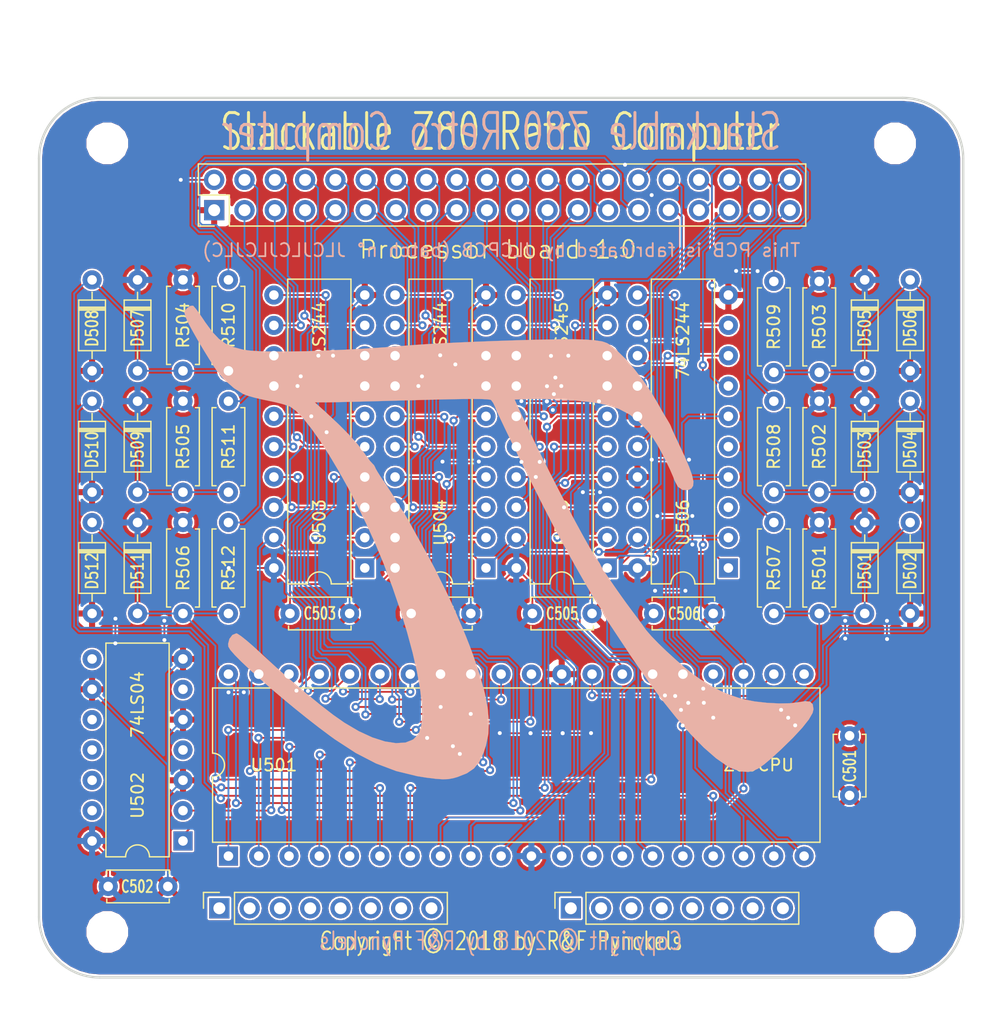
<source format=kicad_pcb>
(kicad_pcb (version 20171130) (host pcbnew "(5.0.0)")
  (title_block (title "S80 - Stackable Z80") (date 2018-10-22) (rev 1.0) (comment 1 "Copyright (c) 2018 by R&F Pynckels"))
  (layers (0 F.Cu signal) (31 B.Cu signal) (34 B.Paste user) (35 F.Paste user) (36 B.SilkS user) (37 F.SilkS user) (38 B.Mask user) (39 F.Mask user) (44 Edge.Cuts user))
  (net 0 "")
  (net 1 VCC)
  (net 2 GND)
  (net 3 "/Breakout 2in/A0")
  (net 4 "/Breakout 2in/A1")
  (net 5 "/Breakout 2in/A2")
  (net 6 "/Breakout 2in/A3")
  (net 7 "/Breakout 2in/A4")
  (net 8 "/Breakout 2in/A5")
  (net 9 "/Breakout 2in/A6")
  (net 10 "/Breakout 2in/A7")
  (net 11 "/Breakout 2in/A8")
  (net 12 "/Breakout 2in/A9")
  (net 13 "/Breakout 2in/A10")
  (net 14 "/Breakout 2in/A11")
  (net 15 "/Breakout 2in/A12")
  (net 16 "/Breakout 2in/A13")
  (net 17 "/Breakout 2in/A14")
  (net 18 "/Breakout 2in/A15")
  (net 19 "/Breakout 2in/D0")
  (net 20 "/Breakout 2in/D1")
  (net 21 "/Breakout 2in/D2")
  (net 22 "/Breakout 2in/D3")
  (net 23 "/Breakout 2in/D4")
  (net 24 "/Breakout 2in/D5")
  (net 25 "/Breakout 2in/D6")
  (net 26 "/Breakout 2in/D7")
  (net 27 "/Breakout 2in/C0")
  (net 28 "/Breakout 2in/C1")
  (net 29 "/Breakout 2in/C2")
  (net 30 "/Breakout 2in/C3")
  (net 31 "/Breakout 2in/C4")
  (net 32 "/Breakout 2in/C5")
  (net 33 "/Breakout 2in/C6")
  (net 34 "/Breakout 2in/C7")
  (net 35 "/Breakout 2in/C8")
  (net 36 "/Breakout 2in/C9")
  (net 37 "/Breakout 2in/C10")
  (net 38 "/Breakout 2in/C11")
  (net 39 "/Breakout 2in/C12")
  (net 40 "/Breakout 2in/C13")
  (net 41 /Processor/ZA11)
  (net 42 /Processor/ZA12)
  (net 43 /Processor/ZA13)
  (net 44 /Processor/ZA14)
  (net 45 /Processor/ZA15)
  (net 46 /Processor/ZD4)
  (net 47 /Processor/ZD3)
  (net 48 /Processor/ZD5)
  (net 49 /Processor/ZD6)
  (net 50 /Processor/ZA0)
  (net 51 /Processor/ZA1)
  (net 52 /Processor/ZD2)
  (net 53 /Processor/ZA2)
  (net 54 /Processor/ZD7)
  (net 55 /Processor/ZA3)
  (net 56 /Processor/ZD0)
  (net 57 /Processor/ZA4)
  (net 58 /Processor/ZD1)
  (net 59 /Processor/ZA5)
  (net 60 /Processor/ZA6)
  (net 61 /Processor/ZA7)
  (net 62 /Processor/ZA8)
  (net 63 /Processor/ZA9)
  (net 64 /Processor/ZA10)
  (net 65 /Processor/~BusRq)
  (net 66 /Processor/~Wait)
  (net 67 /Processor/~INT)
  (net 68 /Processor/~NMI)
  (net 69 /Processor/~CLK)
  (net 70 /Processor/~Reset)
  (net 71 /Processor/~RD)
  (net 72 /Processor/~WR)
  (net 73 /Processor/~M1)
  (net 74 /Processor/~Halt)
  (net 75 /Processor/~Mreq)
  (net 76 /Processor/~IOrq)
  (net 77 /Processor/Out)
  (module Pynckels:MountingHole_3.2mm_M3 (layer F.Cu) (at 142.24 99.06)
    (fp_text reference REF** hide)
    (fp_text value MountingHole_3.2mm_M3 hide)
    (pad 1 np_thru_hole circle (at 0 0) (size 3.2 3.2) (drill 3.2) (layers *.Cu *.Mask))
  )
  (module Pynckels:MountingHole_3.2mm_M3 (layer F.Cu) (at 76.2 99.06)
    (fp_text reference REF** hide)
    (fp_text value MountingHole_3.2mm_M3 hide)
    (pad 1 np_thru_hole circle (at 0 0) (size 3.2 3.2) (drill 3.2) (layers *.Cu *.Mask))
  )
  (module Pynckels:MountingHole_3.2mm_M3 (layer F.Cu) (at 142.24 33.02)
    (fp_text reference REF** hide)
    (fp_text value MountingHole_3.2mm_M3 hide)
    (pad 1 np_thru_hole circle (at 0 0) (size 3.2 3.2) (drill 3.2) (layers *.Cu *.Mask))
  )
  (module Pynckels:MountingHole_3.2mm_M3 (layer F.Cu) (at 76.2 33.02)
    (fp_text reference REF** hide)
    (fp_text value MountingHole_3.2mm_M3 hide)
    (pad 1 np_thru_hole circle (at 0 0) (size 3.2 3.2) (drill 3.2) (layers *.Cu *.Mask))
  )
  (module Pynckels:pi (layer B.Cu) (at 109.855 66.04 180)
    (fp_text reference G*** hide)
    (fp_text value LOGO hide)
  )
  (module Package_DIP:DIP-20_W7.62mm (layer F.Cu) (at 107.95 68.58 180)
    (fp_text reference U504 (at 3.81 3.81 270) (layer F.SilkS))
    (fp_text value 74LS244 (at 3.81 19.05 270) (layer F.SilkS))
    (pad 1 thru_hole rect (at 0 0 180) (size 1.6 1.6) (drill 0.8) (layers *.Cu *.Mask) (net 77 /Processor/Out))
    (pad 11 thru_hole oval (at 7.62 22.86 180) (size 1.6 1.6) (drill 0.8) (layers *.Cu *.Mask) (net 42 /Processor/ZA12))
    (pad 2 thru_hole oval (at 0 2.54 180) (size 1.6 1.6) (drill 0.8) (layers *.Cu *.Mask) (net 62 /Processor/ZA8))
    (pad 12 thru_hole oval (at 7.62 20.32 180) (size 1.6 1.6) (drill 0.8) (layers *.Cu *.Mask) (net 14 "/Breakout 2in/A11"))
    (pad 3 thru_hole oval (at 0 5.08 180) (size 1.6 1.6) (drill 0.8) (layers *.Cu *.Mask) (net 18 "/Breakout 2in/A15"))
    (pad 13 thru_hole oval (at 7.62 17.78 180) (size 1.6 1.6) (drill 0.8) (layers *.Cu *.Mask) (net 43 /Processor/ZA13))
    (pad 4 thru_hole oval (at 0 7.62 180) (size 1.6 1.6) (drill 0.8) (layers *.Cu *.Mask) (net 63 /Processor/ZA9))
    (pad 14 thru_hole oval (at 7.62 15.24 180) (size 1.6 1.6) (drill 0.8) (layers *.Cu *.Mask) (net 13 "/Breakout 2in/A10"))
    (pad 5 thru_hole oval (at 0 10.16 180) (size 1.6 1.6) (drill 0.8) (layers *.Cu *.Mask) (net 17 "/Breakout 2in/A14"))
    (pad 15 thru_hole oval (at 7.62 12.7 180) (size 1.6 1.6) (drill 0.8) (layers *.Cu *.Mask) (net 44 /Processor/ZA14))
    (pad 6 thru_hole oval (at 0 12.7 180) (size 1.6 1.6) (drill 0.8) (layers *.Cu *.Mask) (net 64 /Processor/ZA10))
    (pad 16 thru_hole oval (at 7.62 10.16 180) (size 1.6 1.6) (drill 0.8) (layers *.Cu *.Mask) (net 12 "/Breakout 2in/A9"))
    (pad 7 thru_hole oval (at 0 15.24 180) (size 1.6 1.6) (drill 0.8) (layers *.Cu *.Mask) (net 16 "/Breakout 2in/A13"))
    (pad 17 thru_hole oval (at 7.62 7.62 180) (size 1.6 1.6) (drill 0.8) (layers *.Cu *.Mask) (net 45 /Processor/ZA15))
    (pad 8 thru_hole oval (at 0 17.78 180) (size 1.6 1.6) (drill 0.8) (layers *.Cu *.Mask) (net 41 /Processor/ZA11))
    (pad 18 thru_hole oval (at 7.62 5.08 180) (size 1.6 1.6) (drill 0.8) (layers *.Cu *.Mask) (net 11 "/Breakout 2in/A8"))
    (pad 9 thru_hole oval (at 0 20.32 180) (size 1.6 1.6) (drill 0.8) (layers *.Cu *.Mask) (net 15 "/Breakout 2in/A12"))
    (pad 19 thru_hole oval (at 7.62 2.54 180) (size 1.6 1.6) (drill 0.8) (layers *.Cu *.Mask) (net 77 /Processor/Out))
    (pad 10 thru_hole oval (at 0 22.86 180) (size 1.6 1.6) (drill 0.8) (layers *.Cu *.Mask) (net 2 GND))
    (pad 20 thru_hole oval (at 7.62 0 180) (size 1.6 1.6) (drill 0.8) (layers *.Cu *.Mask) (net 1 VCC))
  )
  (module Pynckels:PinSocket_2x20_P2.54mm_Vertical (layer F.Cu) (at 85.1662 36.07308 90)
    (fp_text reference J501 hide)
    (fp_text value 02x20)
    (pad 40 thru_hole oval (at 0 48.26 90) (size 1.7 1.7) (drill 1) (layers *.Cu *.Mask) (net 40 "/Breakout 2in/C13"))
    (pad 39 thru_hole oval (at -2.54 48.26 90) (size 1.7 1.7) (drill 1) (layers *.Cu *.Mask) (net 39 "/Breakout 2in/C12"))
    (pad 38 thru_hole oval (at 0 45.72 90) (size 1.7 1.7) (drill 1) (layers *.Cu *.Mask) (net 38 "/Breakout 2in/C11"))
    (pad 37 thru_hole oval (at -2.54 45.72 90) (size 1.7 1.7) (drill 1) (layers *.Cu *.Mask) (net 37 "/Breakout 2in/C10"))
    (pad 36 thru_hole oval (at 0 43.18 90) (size 1.7 1.7) (drill 1) (layers *.Cu *.Mask) (net 36 "/Breakout 2in/C9"))
    (pad 35 thru_hole oval (at -2.54 43.18 90) (size 1.7 1.7) (drill 1) (layers *.Cu *.Mask) (net 35 "/Breakout 2in/C8"))
    (pad 34 thru_hole oval (at 0 40.64 90) (size 1.7 1.7) (drill 1) (layers *.Cu *.Mask) (net 34 "/Breakout 2in/C7"))
    (pad 33 thru_hole oval (at -2.54 40.64 90) (size 1.7 1.7) (drill 1) (layers *.Cu *.Mask) (net 33 "/Breakout 2in/C6"))
    (pad 32 thru_hole oval (at 0 38.1 90) (size 1.7 1.7) (drill 1) (layers *.Cu *.Mask) (net 32 "/Breakout 2in/C5"))
    (pad 31 thru_hole oval (at -2.54 38.1 90) (size 1.7 1.7) (drill 1) (layers *.Cu *.Mask) (net 31 "/Breakout 2in/C4"))
    (pad 30 thru_hole oval (at 0 35.56 90) (size 1.7 1.7) (drill 1) (layers *.Cu *.Mask) (net 30 "/Breakout 2in/C3"))
    (pad 29 thru_hole oval (at -2.54 35.56 90) (size 1.7 1.7) (drill 1) (layers *.Cu *.Mask) (net 29 "/Breakout 2in/C2"))
    (pad 28 thru_hole oval (at 0 33.02 90) (size 1.7 1.7) (drill 1) (layers *.Cu *.Mask) (net 28 "/Breakout 2in/C1"))
    (pad 27 thru_hole oval (at -2.54 33.02 90) (size 1.7 1.7) (drill 1) (layers *.Cu *.Mask) (net 27 "/Breakout 2in/C0"))
    (pad 26 thru_hole oval (at 0 30.48 90) (size 1.7 1.7) (drill 1) (layers *.Cu *.Mask) (net 26 "/Breakout 2in/D7"))
    (pad 25 thru_hole oval (at -2.54 30.48 90) (size 1.7 1.7) (drill 1) (layers *.Cu *.Mask) (net 25 "/Breakout 2in/D6"))
    (pad 24 thru_hole oval (at 0 27.94 90) (size 1.7 1.7) (drill 1) (layers *.Cu *.Mask) (net 24 "/Breakout 2in/D5"))
    (pad 23 thru_hole oval (at -2.54 27.94 90) (size 1.7 1.7) (drill 1) (layers *.Cu *.Mask) (net 23 "/Breakout 2in/D4"))
    (pad 22 thru_hole oval (at 0 25.4 90) (size 1.7 1.7) (drill 1) (layers *.Cu *.Mask) (net 22 "/Breakout 2in/D3"))
    (pad 21 thru_hole oval (at -2.54 25.4 90) (size 1.7 1.7) (drill 1) (layers *.Cu *.Mask) (net 21 "/Breakout 2in/D2"))
    (pad 20 thru_hole oval (at 0 22.86 90) (size 1.7 1.7) (drill 1) (layers *.Cu *.Mask) (net 20 "/Breakout 2in/D1"))
    (pad 19 thru_hole oval (at -2.54 22.86 90) (size 1.7 1.7) (drill 1) (layers *.Cu *.Mask) (net 19 "/Breakout 2in/D0"))
    (pad 18 thru_hole oval (at 0 20.32 90) (size 1.7 1.7) (drill 1) (layers *.Cu *.Mask) (net 18 "/Breakout 2in/A15"))
    (pad 17 thru_hole oval (at -2.54 20.32 90) (size 1.7 1.7) (drill 1) (layers *.Cu *.Mask) (net 17 "/Breakout 2in/A14"))
    (pad 16 thru_hole oval (at 0 17.78 90) (size 1.7 1.7) (drill 1) (layers *.Cu *.Mask) (net 16 "/Breakout 2in/A13"))
    (pad 15 thru_hole oval (at -2.54 17.78 90) (size 1.7 1.7) (drill 1) (layers *.Cu *.Mask) (net 15 "/Breakout 2in/A12"))
    (pad 14 thru_hole oval (at 0 15.24 90) (size 1.7 1.7) (drill 1) (layers *.Cu *.Mask) (net 14 "/Breakout 2in/A11"))
    (pad 13 thru_hole oval (at -2.54 15.24 90) (size 1.7 1.7) (drill 1) (layers *.Cu *.Mask) (net 13 "/Breakout 2in/A10"))
    (pad 12 thru_hole oval (at 0 12.7 90) (size 1.7 1.7) (drill 1) (layers *.Cu *.Mask) (net 12 "/Breakout 2in/A9"))
    (pad 11 thru_hole oval (at -2.54 12.7 90) (size 1.7 1.7) (drill 1) (layers *.Cu *.Mask) (net 11 "/Breakout 2in/A8"))
    (pad 10 thru_hole oval (at 0 10.16 90) (size 1.7 1.7) (drill 1) (layers *.Cu *.Mask) (net 10 "/Breakout 2in/A7"))
    (pad 9 thru_hole oval (at -2.54 10.16 90) (size 1.7 1.7) (drill 1) (layers *.Cu *.Mask) (net 9 "/Breakout 2in/A6"))
    (pad 8 thru_hole oval (at 0 7.62 90) (size 1.7 1.7) (drill 1) (layers *.Cu *.Mask) (net 8 "/Breakout 2in/A5"))
    (pad 7 thru_hole oval (at -2.54 7.62 90) (size 1.7 1.7) (drill 1) (layers *.Cu *.Mask) (net 7 "/Breakout 2in/A4"))
    (pad 6 thru_hole oval (at 0 5.08 90) (size 1.7 1.7) (drill 1) (layers *.Cu *.Mask) (net 6 "/Breakout 2in/A3"))
    (pad 5 thru_hole oval (at -2.54 5.08 90) (size 1.7 1.7) (drill 1) (layers *.Cu *.Mask) (net 5 "/Breakout 2in/A2"))
    (pad 4 thru_hole oval (at 0 2.54 90) (size 1.7 1.7) (drill 1) (layers *.Cu *.Mask) (net 4 "/Breakout 2in/A1"))
    (pad 3 thru_hole oval (at -2.54 2.54 90) (size 1.7 1.7) (drill 1) (layers *.Cu *.Mask) (net 3 "/Breakout 2in/A0"))
    (pad 2 thru_hole oval (at 0 0 90) (size 1.7 1.7) (drill 1) (layers *.Cu *.Mask) (net 1 VCC))
    (pad 1 thru_hole rect (at -2.54 0 90) (size 1.7 1.7) (drill 1) (layers *.Cu *.Mask) (net 2 GND))
  )
  (module Package_DIP:DIP-20_W7.62mm (layer F.Cu) (at 97.79 68.58 180)
    (fp_text reference U503 (at 3.81 3.81 270) (layer F.SilkS))
    (fp_text value 74LS244 (at 3.81 19.05 270) (layer F.SilkS))
    (pad 20 thru_hole oval (at 7.62 0 180) (size 1.6 1.6) (drill 0.8) (layers *.Cu *.Mask) (net 1 VCC))
    (pad 10 thru_hole oval (at 0 22.86 180) (size 1.6 1.6) (drill 0.8) (layers *.Cu *.Mask) (net 2 GND))
    (pad 19 thru_hole oval (at 7.62 2.54 180) (size 1.6 1.6) (drill 0.8) (layers *.Cu *.Mask) (net 77 /Processor/Out))
    (pad 9 thru_hole oval (at 0 20.32 180) (size 1.6 1.6) (drill 0.8) (layers *.Cu *.Mask) (net 7 "/Breakout 2in/A4"))
    (pad 18 thru_hole oval (at 7.62 5.08 180) (size 1.6 1.6) (drill 0.8) (layers *.Cu *.Mask) (net 3 "/Breakout 2in/A0"))
    (pad 8 thru_hole oval (at 0 17.78 180) (size 1.6 1.6) (drill 0.8) (layers *.Cu *.Mask) (net 55 /Processor/ZA3))
    (pad 17 thru_hole oval (at 7.62 7.62 180) (size 1.6 1.6) (drill 0.8) (layers *.Cu *.Mask) (net 61 /Processor/ZA7))
    (pad 7 thru_hole oval (at 0 15.24 180) (size 1.6 1.6) (drill 0.8) (layers *.Cu *.Mask) (net 8 "/Breakout 2in/A5"))
    (pad 16 thru_hole oval (at 7.62 10.16 180) (size 1.6 1.6) (drill 0.8) (layers *.Cu *.Mask) (net 4 "/Breakout 2in/A1"))
    (pad 6 thru_hole oval (at 0 12.7 180) (size 1.6 1.6) (drill 0.8) (layers *.Cu *.Mask) (net 53 /Processor/ZA2))
    (pad 15 thru_hole oval (at 7.62 12.7 180) (size 1.6 1.6) (drill 0.8) (layers *.Cu *.Mask) (net 60 /Processor/ZA6))
    (pad 5 thru_hole oval (at 0 10.16 180) (size 1.6 1.6) (drill 0.8) (layers *.Cu *.Mask) (net 9 "/Breakout 2in/A6"))
    (pad 14 thru_hole oval (at 7.62 15.24 180) (size 1.6 1.6) (drill 0.8) (layers *.Cu *.Mask) (net 5 "/Breakout 2in/A2"))
    (pad 4 thru_hole oval (at 0 7.62 180) (size 1.6 1.6) (drill 0.8) (layers *.Cu *.Mask) (net 51 /Processor/ZA1))
    (pad 13 thru_hole oval (at 7.62 17.78 180) (size 1.6 1.6) (drill 0.8) (layers *.Cu *.Mask) (net 59 /Processor/ZA5))
    (pad 3 thru_hole oval (at 0 5.08 180) (size 1.6 1.6) (drill 0.8) (layers *.Cu *.Mask) (net 10 "/Breakout 2in/A7"))
    (pad 12 thru_hole oval (at 7.62 20.32 180) (size 1.6 1.6) (drill 0.8) (layers *.Cu *.Mask) (net 6 "/Breakout 2in/A3"))
    (pad 2 thru_hole oval (at 0 2.54 180) (size 1.6 1.6) (drill 0.8) (layers *.Cu *.Mask) (net 50 /Processor/ZA0))
    (pad 11 thru_hole oval (at 7.62 22.86 180) (size 1.6 1.6) (drill 0.8) (layers *.Cu *.Mask) (net 57 /Processor/ZA4))
    (pad 1 thru_hole rect (at 0 0 180) (size 1.6 1.6) (drill 0.8) (layers *.Cu *.Mask) (net 77 /Processor/Out))
  )
  (module Capacitor_THT:C_Disc_D5.0mm_W2.5mm_P5.00mm (layer F.Cu) (at 138.43 87.63 90)
    (fp_text reference C501 (at 2.44856 0.02032 90) (layer F.SilkS) (effects (font (size 1 0.7))))
    (fp_text value 100pf)
    (pad 1 thru_hole circle (at 0 0 90) (size 1.6 1.6) (drill 0.8) (layers *.Cu *.Mask) (net 2 GND))
    (pad 2 thru_hole circle (at 5 0 90) (size 1.6 1.6) (drill 0.8) (layers *.Cu *.Mask) (net 1 VCC))
  )
  (module Capacitor_THT:C_Disc_D5.0mm_W2.5mm_P5.00mm (layer F.Cu) (at 81.28 95.25 180)
    (fp_text reference C502 (at 2.566999 -0.015001 180) (layer F.SilkS) (effects (font (size 1 0.7))))
    (fp_text value 100pf)
    (pad 2 thru_hole circle (at 5 0 180) (size 1.6 1.6) (drill 0.8) (layers *.Cu *.Mask) (net 1 VCC))
    (pad 1 thru_hole circle (at 0 0 180) (size 1.6 1.6) (drill 0.8) (layers *.Cu *.Mask) (net 2 GND))
  )
  (module Capacitor_THT:C_Disc_D5.0mm_W2.5mm_P5.00mm (layer F.Cu) (at 96.52 72.39 180)
    (fp_text reference C503 (at 2.5 0 180) (layer F.SilkS) (effects (font (size 1 0.7))))
    (fp_text value 100pf)
    (pad 1 thru_hole circle (at 0 0 180) (size 1.6 1.6) (drill 0.8) (layers *.Cu *.Mask) (net 2 GND))
    (pad 2 thru_hole circle (at 5 0 180) (size 1.6 1.6) (drill 0.8) (layers *.Cu *.Mask) (net 1 VCC))
  )
  (module Capacitor_THT:C_Disc_D5.0mm_W2.5mm_P5.00mm (layer F.Cu) (at 106.68 72.39 180)
    (fp_text reference C504 (at 2.5 -0.021001 180) (layer F.SilkS) (effects (font (size 1 0.7))))
    (fp_text value 100pf)
    (pad 2 thru_hole circle (at 5 0 180) (size 1.6 1.6) (drill 0.8) (layers *.Cu *.Mask) (net 1 VCC))
    (pad 1 thru_hole circle (at 0 0 180) (size 1.6 1.6) (drill 0.8) (layers *.Cu *.Mask) (net 2 GND))
  )
  (module Capacitor_THT:C_Disc_D5.0mm_W2.5mm_P5.00mm (layer F.Cu) (at 116.84 72.39 180)
    (fp_text reference C505 (at 2.5 -0.013001 180) (layer F.SilkS) (effects (font (size 1 0.7))))
    (fp_text value 100pf)
    (pad 1 thru_hole circle (at 0 0 180) (size 1.6 1.6) (drill 0.8) (layers *.Cu *.Mask) (net 2 GND))
    (pad 2 thru_hole circle (at 5 0 180) (size 1.6 1.6) (drill 0.8) (layers *.Cu *.Mask) (net 1 VCC))
  )
  (module Capacitor_THT:C_Disc_D5.0mm_W2.5mm_P5.00mm (layer F.Cu) (at 127 72.39 180)
    (fp_text reference C506 (at 2.430999 -0.021001 180) (layer F.SilkS) (effects (font (size 1 0.7))))
    (fp_text value 100pf)
    (pad 1 thru_hole circle (at 0 0 180) (size 1.6 1.6) (drill 0.8) (layers *.Cu *.Mask) (net 2 GND))
    (pad 2 thru_hole circle (at 5 0 180) (size 1.6 1.6) (drill 0.8) (layers *.Cu *.Mask) (net 1 VCC))
  )
  (module Connector_PinSocket_2.54mm:PinSocket_1x08_P2.54mm_Vertical (layer F.Cu) (at 85.598 97.0788 90)
    (fp_text reference J502 hide)
    (fp_text value 01x08)
    (pad 8 thru_hole oval (at 0 17.78 90) (size 1.7 1.7) (drill 1) (layers *.Cu *.Mask))
    (pad 7 thru_hole oval (at 0 15.24 90) (size 1.7 1.7) (drill 1) (layers *.Cu *.Mask))
    (pad 6 thru_hole oval (at 0 12.7 90) (size 1.7 1.7) (drill 1) (layers *.Cu *.Mask))
    (pad 5 thru_hole oval (at 0 10.16 90) (size 1.7 1.7) (drill 1) (layers *.Cu *.Mask))
    (pad 4 thru_hole oval (at 0 7.62 90) (size 1.7 1.7) (drill 1) (layers *.Cu *.Mask))
    (pad 3 thru_hole oval (at 0 5.08 90) (size 1.7 1.7) (drill 1) (layers *.Cu *.Mask))
    (pad 2 thru_hole oval (at 0 2.54 90) (size 1.7 1.7) (drill 1) (layers *.Cu *.Mask))
    (pad 1 thru_hole rect (at 0 0 90) (size 1.7 1.7) (drill 1) (layers *.Cu *.Mask))
  )
  (module Connector_PinSocket_2.54mm:PinSocket_1x08_P2.54mm_Vertical (layer F.Cu) (at 115.062 97.0788 90)
    (fp_text reference J503 hide)
    (fp_text value 01x08)
    (pad 1 thru_hole rect (at 0 0 90) (size 1.7 1.7) (drill 1) (layers *.Cu *.Mask))
    (pad 2 thru_hole oval (at 0 2.54 90) (size 1.7 1.7) (drill 1) (layers *.Cu *.Mask))
    (pad 3 thru_hole oval (at 0 5.08 90) (size 1.7 1.7) (drill 1) (layers *.Cu *.Mask))
    (pad 4 thru_hole oval (at 0 7.62 90) (size 1.7 1.7) (drill 1) (layers *.Cu *.Mask))
    (pad 5 thru_hole oval (at 0 10.16 90) (size 1.7 1.7) (drill 1) (layers *.Cu *.Mask))
    (pad 6 thru_hole oval (at 0 12.7 90) (size 1.7 1.7) (drill 1) (layers *.Cu *.Mask))
    (pad 7 thru_hole oval (at 0 15.24 90) (size 1.7 1.7) (drill 1) (layers *.Cu *.Mask))
    (pad 8 thru_hole oval (at 0 17.78 90) (size 1.7 1.7) (drill 1) (layers *.Cu *.Mask))
  )
  (module Resistor_THT:R_Axial_DIN0207_L6.3mm_D2.5mm_P7.62mm_Horizontal (layer F.Cu) (at 82.55 64.77 270)
    (fp_text reference R506 (at 3.81 -0.013001 270) (layer F.SilkS))
    (fp_text value 1K)
    (pad 1 thru_hole circle (at 0 0 270) (size 1.6 1.6) (drill 0.8) (layers *.Cu *.Mask) (net 1 VCC))
    (pad 2 thru_hole oval (at 7.62 0 270) (size 1.6 1.6) (drill 0.8) (layers *.Cu *.Mask) (net 70 /Processor/~Reset))
  )
  (module Package_DIP:DIP-20_W7.62mm (layer F.Cu) (at 118.11 68.58 180)
    (fp_text reference U505 (at 3.81 3.81 270) (layer F.SilkS))
    (fp_text value 74LS245 (at 3.81 19.05 270) (layer F.SilkS))
    (pad 1 thru_hole rect (at 0 0 180) (size 1.6 1.6) (drill 0.8) (layers *.Cu *.Mask) (net 71 /Processor/~RD))
    (pad 11 thru_hole oval (at 7.62 22.86 180) (size 1.6 1.6) (drill 0.8) (layers *.Cu *.Mask) (net 26 "/Breakout 2in/D7"))
    (pad 2 thru_hole oval (at 0 2.54 180) (size 1.6 1.6) (drill 0.8) (layers *.Cu *.Mask) (net 56 /Processor/ZD0))
    (pad 12 thru_hole oval (at 7.62 20.32 180) (size 1.6 1.6) (drill 0.8) (layers *.Cu *.Mask) (net 25 "/Breakout 2in/D6"))
    (pad 3 thru_hole oval (at 0 5.08 180) (size 1.6 1.6) (drill 0.8) (layers *.Cu *.Mask) (net 58 /Processor/ZD1))
    (pad 13 thru_hole oval (at 7.62 17.78 180) (size 1.6 1.6) (drill 0.8) (layers *.Cu *.Mask) (net 24 "/Breakout 2in/D5"))
    (pad 4 thru_hole oval (at 0 7.62 180) (size 1.6 1.6) (drill 0.8) (layers *.Cu *.Mask) (net 52 /Processor/ZD2))
    (pad 14 thru_hole oval (at 7.62 15.24 180) (size 1.6 1.6) (drill 0.8) (layers *.Cu *.Mask) (net 23 "/Breakout 2in/D4"))
    (pad 5 thru_hole oval (at 0 10.16 180) (size 1.6 1.6) (drill 0.8) (layers *.Cu *.Mask) (net 47 /Processor/ZD3))
    (pad 15 thru_hole oval (at 7.62 12.7 180) (size 1.6 1.6) (drill 0.8) (layers *.Cu *.Mask) (net 22 "/Breakout 2in/D3"))
    (pad 6 thru_hole oval (at 0 12.7 180) (size 1.6 1.6) (drill 0.8) (layers *.Cu *.Mask) (net 46 /Processor/ZD4))
    (pad 16 thru_hole oval (at 7.62 10.16 180) (size 1.6 1.6) (drill 0.8) (layers *.Cu *.Mask) (net 21 "/Breakout 2in/D2"))
    (pad 7 thru_hole oval (at 0 15.24 180) (size 1.6 1.6) (drill 0.8) (layers *.Cu *.Mask) (net 48 /Processor/ZD5))
    (pad 17 thru_hole oval (at 7.62 7.62 180) (size 1.6 1.6) (drill 0.8) (layers *.Cu *.Mask) (net 20 "/Breakout 2in/D1"))
    (pad 8 thru_hole oval (at 0 17.78 180) (size 1.6 1.6) (drill 0.8) (layers *.Cu *.Mask) (net 49 /Processor/ZD6))
    (pad 18 thru_hole oval (at 7.62 5.08 180) (size 1.6 1.6) (drill 0.8) (layers *.Cu *.Mask) (net 19 "/Breakout 2in/D0"))
    (pad 9 thru_hole oval (at 0 20.32 180) (size 1.6 1.6) (drill 0.8) (layers *.Cu *.Mask) (net 54 /Processor/ZD7))
    (pad 19 thru_hole oval (at 7.62 2.54 180) (size 1.6 1.6) (drill 0.8) (layers *.Cu *.Mask) (net 77 /Processor/Out))
    (pad 10 thru_hole oval (at 0 22.86 180) (size 1.6 1.6) (drill 0.8) (layers *.Cu *.Mask) (net 2 GND))
    (pad 20 thru_hole oval (at 7.62 0 180) (size 1.6 1.6) (drill 0.8) (layers *.Cu *.Mask) (net 1 VCC))
  )
  (module Package_DIP:DIP-20_W7.62mm (layer F.Cu) (at 128.27 68.58 180)
    (fp_text reference U506 (at 3.81 3.81 270) (layer F.SilkS))
    (fp_text value 74LS244 (at 3.81 19.05 270) (layer F.SilkS))
    (pad 20 thru_hole oval (at 7.62 0 180) (size 1.6 1.6) (drill 0.8) (layers *.Cu *.Mask) (net 1 VCC))
    (pad 10 thru_hole oval (at 0 22.86 180) (size 1.6 1.6) (drill 0.8) (layers *.Cu *.Mask) (net 2 GND))
    (pad 19 thru_hole oval (at 7.62 2.54 180) (size 1.6 1.6) (drill 0.8) (layers *.Cu *.Mask) (net 77 /Processor/Out))
    (pad 9 thru_hole oval (at 0 20.32 180) (size 1.6 1.6) (drill 0.8) (layers *.Cu *.Mask) (net 31 "/Breakout 2in/C4"))
    (pad 18 thru_hole oval (at 7.62 5.08 180) (size 1.6 1.6) (drill 0.8) (layers *.Cu *.Mask) (net 38 "/Breakout 2in/C11"))
    (pad 8 thru_hole oval (at 0 17.78 180) (size 1.6 1.6) (drill 0.8) (layers *.Cu *.Mask) (net 71 /Processor/~RD))
    (pad 17 thru_hole oval (at 7.62 7.62 180) (size 1.6 1.6) (drill 0.8) (layers *.Cu *.Mask) (net 2 GND))
    (pad 7 thru_hole oval (at 0 15.24 180) (size 1.6 1.6) (drill 0.8) (layers *.Cu *.Mask) (net 34 "/Breakout 2in/C7"))
    (pad 16 thru_hole oval (at 7.62 10.16 180) (size 1.6 1.6) (drill 0.8) (layers *.Cu *.Mask) (net 37 "/Breakout 2in/C10"))
    (pad 6 thru_hole oval (at 0 12.7 180) (size 1.6 1.6) (drill 0.8) (layers *.Cu *.Mask) (net 72 /Processor/~WR))
    (pad 15 thru_hole oval (at 7.62 12.7 180) (size 1.6 1.6) (drill 0.8) (layers *.Cu *.Mask) (net 2 GND))
    (pad 5 thru_hole oval (at 0 10.16 180) (size 1.6 1.6) (drill 0.8) (layers *.Cu *.Mask))
    (pad 14 thru_hole oval (at 7.62 15.24 180) (size 1.6 1.6) (drill 0.8) (layers *.Cu *.Mask) (net 36 "/Breakout 2in/C9"))
    (pad 4 thru_hole oval (at 0 7.62 180) (size 1.6 1.6) (drill 0.8) (layers *.Cu *.Mask) (net 75 /Processor/~Mreq))
    (pad 13 thru_hole oval (at 7.62 17.78 180) (size 1.6 1.6) (drill 0.8) (layers *.Cu *.Mask) (net 74 /Processor/~Halt))
    (pad 3 thru_hole oval (at 0 5.08 180) (size 1.6 1.6) (drill 0.8) (layers *.Cu *.Mask))
    (pad 12 thru_hole oval (at 7.62 20.32 180) (size 1.6 1.6) (drill 0.8) (layers *.Cu *.Mask) (net 35 "/Breakout 2in/C8"))
    (pad 2 thru_hole oval (at 0 2.54 180) (size 1.6 1.6) (drill 0.8) (layers *.Cu *.Mask) (net 76 /Processor/~IOrq))
    (pad 11 thru_hole oval (at 7.62 22.86 180) (size 1.6 1.6) (drill 0.8) (layers *.Cu *.Mask) (net 73 /Processor/~M1))
    (pad 1 thru_hole rect (at 0 0 180) (size 1.6 1.6) (drill 0.8) (layers *.Cu *.Mask) (net 77 /Processor/Out))
  )
  (module Package_DIP:DIP-40_W15.24mm (layer F.Cu) (at 86.36 92.71 90)
    (fp_text reference U501 (at 7.62 3.81 180) (layer F.SilkS))
    (fp_text value Z80CPU (at 7.62 44.45 180) (layer F.SilkS))
    (pad 1 thru_hole rect (at 0 0 90) (size 1.6 1.6) (drill 0.8) (layers *.Cu *.Mask) (net 41 /Processor/ZA11))
    (pad 21 thru_hole oval (at 15.24 48.26 90) (size 1.6 1.6) (drill 0.8) (layers *.Cu *.Mask) (net 71 /Processor/~RD))
    (pad 2 thru_hole oval (at 0 2.54 90) (size 1.6 1.6) (drill 0.8) (layers *.Cu *.Mask) (net 42 /Processor/ZA12))
    (pad 22 thru_hole oval (at 15.24 45.72 90) (size 1.6 1.6) (drill 0.8) (layers *.Cu *.Mask) (net 72 /Processor/~WR))
    (pad 3 thru_hole oval (at 0 5.08 90) (size 1.6 1.6) (drill 0.8) (layers *.Cu *.Mask) (net 43 /Processor/ZA13))
    (pad 23 thru_hole oval (at 15.24 43.18 90) (size 1.6 1.6) (drill 0.8) (layers *.Cu *.Mask) (net 40 "/Breakout 2in/C13"))
    (pad 4 thru_hole oval (at 0 7.62 90) (size 1.6 1.6) (drill 0.8) (layers *.Cu *.Mask) (net 44 /Processor/ZA14))
    (pad 24 thru_hole oval (at 15.24 40.64 90) (size 1.6 1.6) (drill 0.8) (layers *.Cu *.Mask) (net 66 /Processor/~Wait))
    (pad 5 thru_hole oval (at 0 10.16 90) (size 1.6 1.6) (drill 0.8) (layers *.Cu *.Mask) (net 45 /Processor/ZA15))
    (pad 25 thru_hole oval (at 15.24 38.1 90) (size 1.6 1.6) (drill 0.8) (layers *.Cu *.Mask) (net 65 /Processor/~BusRq))
    (pad 6 thru_hole oval (at 0 12.7 90) (size 1.6 1.6) (drill 0.8) (layers *.Cu *.Mask) (net 69 /Processor/~CLK))
    (pad 26 thru_hole oval (at 15.24 35.56 90) (size 1.6 1.6) (drill 0.8) (layers *.Cu *.Mask) (net 70 /Processor/~Reset))
    (pad 7 thru_hole oval (at 0 15.24 90) (size 1.6 1.6) (drill 0.8) (layers *.Cu *.Mask) (net 46 /Processor/ZD4))
    (pad 27 thru_hole oval (at 15.24 33.02 90) (size 1.6 1.6) (drill 0.8) (layers *.Cu *.Mask) (net 73 /Processor/~M1))
    (pad 8 thru_hole oval (at 0 17.78 90) (size 1.6 1.6) (drill 0.8) (layers *.Cu *.Mask) (net 47 /Processor/ZD3))
    (pad 28 thru_hole oval (at 15.24 30.48 90) (size 1.6 1.6) (drill 0.8) (layers *.Cu *.Mask) (net 32 "/Breakout 2in/C5"))
    (pad 9 thru_hole oval (at 0 20.32 90) (size 1.6 1.6) (drill 0.8) (layers *.Cu *.Mask) (net 48 /Processor/ZD5))
    (pad 29 thru_hole oval (at 15.24 27.94 90) (size 1.6 1.6) (drill 0.8) (layers *.Cu *.Mask) (net 2 GND))
    (pad 10 thru_hole oval (at 0 22.86 90) (size 1.6 1.6) (drill 0.8) (layers *.Cu *.Mask) (net 49 /Processor/ZD6))
    (pad 30 thru_hole oval (at 15.24 25.4 90) (size 1.6 1.6) (drill 0.8) (layers *.Cu *.Mask) (net 50 /Processor/ZA0))
    (pad 11 thru_hole oval (at 0 25.4 90) (size 1.6 1.6) (drill 0.8) (layers *.Cu *.Mask) (net 1 VCC))
    (pad 31 thru_hole oval (at 15.24 22.86 90) (size 1.6 1.6) (drill 0.8) (layers *.Cu *.Mask) (net 51 /Processor/ZA1))
    (pad 12 thru_hole oval (at 0 27.94 90) (size 1.6 1.6) (drill 0.8) (layers *.Cu *.Mask) (net 52 /Processor/ZD2))
    (pad 32 thru_hole oval (at 15.24 20.32 90) (size 1.6 1.6) (drill 0.8) (layers *.Cu *.Mask) (net 53 /Processor/ZA2))
    (pad 13 thru_hole oval (at 0 30.48 90) (size 1.6 1.6) (drill 0.8) (layers *.Cu *.Mask) (net 54 /Processor/ZD7))
    (pad 33 thru_hole oval (at 15.24 17.78 90) (size 1.6 1.6) (drill 0.8) (layers *.Cu *.Mask) (net 55 /Processor/ZA3))
    (pad 14 thru_hole oval (at 0 33.02 90) (size 1.6 1.6) (drill 0.8) (layers *.Cu *.Mask) (net 56 /Processor/ZD0))
    (pad 34 thru_hole oval (at 15.24 15.24 90) (size 1.6 1.6) (drill 0.8) (layers *.Cu *.Mask) (net 57 /Processor/ZA4))
    (pad 15 thru_hole oval (at 0 35.56 90) (size 1.6 1.6) (drill 0.8) (layers *.Cu *.Mask) (net 58 /Processor/ZD1))
    (pad 35 thru_hole oval (at 15.24 12.7 90) (size 1.6 1.6) (drill 0.8) (layers *.Cu *.Mask) (net 59 /Processor/ZA5))
    (pad 16 thru_hole oval (at 0 38.1 90) (size 1.6 1.6) (drill 0.8) (layers *.Cu *.Mask) (net 67 /Processor/~INT))
    (pad 36 thru_hole oval (at 15.24 10.16 90) (size 1.6 1.6) (drill 0.8) (layers *.Cu *.Mask) (net 60 /Processor/ZA6))
    (pad 17 thru_hole oval (at 0 40.64 90) (size 1.6 1.6) (drill 0.8) (layers *.Cu *.Mask) (net 68 /Processor/~NMI))
    (pad 37 thru_hole oval (at 15.24 7.62 90) (size 1.6 1.6) (drill 0.8) (layers *.Cu *.Mask) (net 61 /Processor/ZA7))
    (pad 18 thru_hole oval (at 0 43.18 90) (size 1.6 1.6) (drill 0.8) (layers *.Cu *.Mask) (net 74 /Processor/~Halt))
    (pad 38 thru_hole oval (at 15.24 5.08 90) (size 1.6 1.6) (drill 0.8) (layers *.Cu *.Mask) (net 62 /Processor/ZA8))
    (pad 19 thru_hole oval (at 0 45.72 90) (size 1.6 1.6) (drill 0.8) (layers *.Cu *.Mask) (net 75 /Processor/~Mreq))
    (pad 39 thru_hole oval (at 15.24 2.54 90) (size 1.6 1.6) (drill 0.8) (layers *.Cu *.Mask) (net 63 /Processor/ZA9))
    (pad 20 thru_hole oval (at 0 48.26 90) (size 1.6 1.6) (drill 0.8) (layers *.Cu *.Mask) (net 76 /Processor/~IOrq))
    (pad 40 thru_hole oval (at 15.24 0 90) (size 1.6 1.6) (drill 0.8) (layers *.Cu *.Mask) (net 64 /Processor/ZA10))
  )
  (module Resistor_THT:R_Axial_DIN0207_L6.3mm_D2.5mm_P7.62mm_Horizontal (layer F.Cu) (at 135.89 64.77 270)
    (fp_text reference R501 (at 3.81 0 270) (layer F.SilkS))
    (fp_text value 1K)
    (pad 2 thru_hole oval (at 7.62 0 270) (size 1.6 1.6) (drill 0.8) (layers *.Cu *.Mask) (net 65 /Processor/~BusRq))
    (pad 1 thru_hole circle (at 0 0 270) (size 1.6 1.6) (drill 0.8) (layers *.Cu *.Mask) (net 1 VCC))
  )
  (module Resistor_THT:R_Axial_DIN0207_L6.3mm_D2.5mm_P7.62mm_Horizontal (layer F.Cu) (at 135.89 54.61 270)
    (fp_text reference R502 (at 3.81 0 270) (layer F.SilkS))
    (fp_text value 1K)
    (pad 1 thru_hole circle (at 0 0 270) (size 1.6 1.6) (drill 0.8) (layers *.Cu *.Mask) (net 1 VCC))
    (pad 2 thru_hole oval (at 7.62 0 270) (size 1.6 1.6) (drill 0.8) (layers *.Cu *.Mask) (net 66 /Processor/~Wait))
  )
  (module Resistor_THT:R_Axial_DIN0207_L6.3mm_D2.5mm_P7.62mm_Horizontal (layer F.Cu) (at 135.89 44.577 270)
    (fp_text reference R503 (at 3.81 0 270) (layer F.SilkS))
    (fp_text value 1K)
    (pad 2 thru_hole oval (at 7.62 0 270) (size 1.6 1.6) (drill 0.8) (layers *.Cu *.Mask) (net 67 /Processor/~INT))
    (pad 1 thru_hole circle (at 0 0 270) (size 1.6 1.6) (drill 0.8) (layers *.Cu *.Mask) (net 1 VCC))
  )
  (module Resistor_THT:R_Axial_DIN0207_L6.3mm_D2.5mm_P7.62mm_Horizontal (layer F.Cu) (at 82.55 44.45 270)
    (fp_text reference R504 (at 3.81 0 270) (layer F.SilkS))
    (fp_text value 1K)
    (pad 1 thru_hole circle (at 0 0 270) (size 1.6 1.6) (drill 0.8) (layers *.Cu *.Mask) (net 1 VCC))
    (pad 2 thru_hole oval (at 7.62 0 270) (size 1.6 1.6) (drill 0.8) (layers *.Cu *.Mask) (net 68 /Processor/~NMI))
  )
  (module Resistor_THT:R_Axial_DIN0207_L6.3mm_D2.5mm_P7.62mm_Horizontal (layer F.Cu) (at 82.55 54.61 270)
    (fp_text reference R505 (at 3.81 0 270) (layer F.SilkS))
    (fp_text value 1K)
    (pad 2 thru_hole oval (at 7.62 0 270) (size 1.6 1.6) (drill 0.8) (layers *.Cu *.Mask) (net 69 /Processor/~CLK))
    (pad 1 thru_hole circle (at 0 0 270) (size 1.6 1.6) (drill 0.8) (layers *.Cu *.Mask) (net 1 VCC))
  )
  (module Package_DIP:DIP-14_W7.62mm (layer F.Cu) (at 82.55 91.44 180)
    (fp_text reference U502 (at 3.81 3.81 270) (layer F.SilkS))
    (fp_text value 74LS04 (at 3.81 11.43 270) (layer F.SilkS))
    (pad 14 thru_hole oval (at 7.62 0 180) (size 1.6 1.6) (drill 0.8) (layers *.Cu *.Mask) (net 1 VCC))
    (pad 7 thru_hole oval (at 0 15.24 180) (size 1.6 1.6) (drill 0.8) (layers *.Cu *.Mask) (net 2 GND))
    (pad 13 thru_hole oval (at 7.62 2.54 180) (size 1.6 1.6) (drill 0.8) (layers *.Cu *.Mask))
    (pad 6 thru_hole oval (at 0 12.7 180) (size 1.6 1.6) (drill 0.8) (layers *.Cu *.Mask))
    (pad 12 thru_hole oval (at 7.62 5.08 180) (size 1.6 1.6) (drill 0.8) (layers *.Cu *.Mask))
    (pad 5 thru_hole oval (at 0 10.16 180) (size 1.6 1.6) (drill 0.8) (layers *.Cu *.Mask) (net 2 GND))
    (pad 11 thru_hole oval (at 7.62 7.62 180) (size 1.6 1.6) (drill 0.8) (layers *.Cu *.Mask))
    (pad 4 thru_hole oval (at 0 7.62 180) (size 1.6 1.6) (drill 0.8) (layers *.Cu *.Mask))
    (pad 10 thru_hole oval (at 7.62 10.16 180) (size 1.6 1.6) (drill 0.8) (layers *.Cu *.Mask))
    (pad 3 thru_hole oval (at 0 5.08 180) (size 1.6 1.6) (drill 0.8) (layers *.Cu *.Mask) (net 2 GND))
    (pad 9 thru_hole oval (at 7.62 12.7 180) (size 1.6 1.6) (drill 0.8) (layers *.Cu *.Mask) (net 2 GND))
    (pad 2 thru_hole oval (at 0 2.54 180) (size 1.6 1.6) (drill 0.8) (layers *.Cu *.Mask) (net 77 /Processor/Out))
    (pad 8 thru_hole oval (at 7.62 15.24 180) (size 1.6 1.6) (drill 0.8) (layers *.Cu *.Mask))
    (pad 1 thru_hole rect (at 0 0 180) (size 1.6 1.6) (drill 0.8) (layers *.Cu *.Mask) (net 40 "/Breakout 2in/C13"))
  )
  (module Resistor_THT:R_Axial_DIN0207_L6.3mm_D2.5mm_P7.62mm_Horizontal (layer F.Cu) (at 132.08 64.77 270)
    (fp_text reference R507 (at 3.81 0 270) (layer F.SilkS))
    (fp_text value 220)
    (pad 1 thru_hole circle (at 0 0 270) (size 1.6 1.6) (drill 0.8) (layers *.Cu *.Mask) (net 39 "/Breakout 2in/C12"))
    (pad 2 thru_hole oval (at 7.62 0 270) (size 1.6 1.6) (drill 0.8) (layers *.Cu *.Mask) (net 65 /Processor/~BusRq))
  )
  (module Resistor_THT:R_Axial_DIN0207_L6.3mm_D2.5mm_P7.62mm_Horizontal (layer F.Cu) (at 132.08 54.61 270)
    (fp_text reference R508 (at 3.81 0 270) (layer F.SilkS))
    (fp_text value 220)
    (pad 2 thru_hole oval (at 7.62 0 270) (size 1.6 1.6) (drill 0.8) (layers *.Cu *.Mask) (net 66 /Processor/~Wait))
    (pad 1 thru_hole circle (at 0 0 270) (size 1.6 1.6) (drill 0.8) (layers *.Cu *.Mask) (net 33 "/Breakout 2in/C6"))
  )
  (module Resistor_THT:R_Axial_DIN0207_L6.3mm_D2.5mm_P7.62mm_Horizontal (layer F.Cu) (at 132.08 44.577 270)
    (fp_text reference R509 (at 3.81 0 270) (layer F.SilkS))
    (fp_text value 220)
    (pad 1 thru_hole circle (at 0 0 270) (size 1.6 1.6) (drill 0.8) (layers *.Cu *.Mask) (net 30 "/Breakout 2in/C3"))
    (pad 2 thru_hole oval (at 7.62 0 270) (size 1.6 1.6) (drill 0.8) (layers *.Cu *.Mask) (net 67 /Processor/~INT))
  )
  (module Resistor_THT:R_Axial_DIN0207_L6.3mm_D2.5mm_P7.62mm_Horizontal (layer F.Cu) (at 86.36 44.45 270)
    (fp_text reference R510 (at 3.81 0 270) (layer F.SilkS))
    (fp_text value 220)
    (pad 2 thru_hole oval (at 7.62 0 270) (size 1.6 1.6) (drill 0.8) (layers *.Cu *.Mask) (net 68 /Processor/~NMI))
    (pad 1 thru_hole circle (at 0 0 270) (size 1.6 1.6) (drill 0.8) (layers *.Cu *.Mask) (net 29 "/Breakout 2in/C2"))
  )
  (module Resistor_THT:R_Axial_DIN0207_L6.3mm_D2.5mm_P7.62mm_Horizontal (layer F.Cu) (at 86.36 54.61 270)
    (fp_text reference R511 (at 3.81 0 270) (layer F.SilkS))
    (fp_text value 220)
    (pad 1 thru_hole circle (at 0 0 270) (size 1.6 1.6) (drill 0.8) (layers *.Cu *.Mask) (net 28 "/Breakout 2in/C1"))
    (pad 2 thru_hole oval (at 7.62 0 270) (size 1.6 1.6) (drill 0.8) (layers *.Cu *.Mask) (net 69 /Processor/~CLK))
  )
  (module Resistor_THT:R_Axial_DIN0207_L6.3mm_D2.5mm_P7.62mm_Horizontal (layer F.Cu) (at 86.36 64.77 270)
    (fp_text reference R512 (at 3.81 0 270) (layer F.SilkS))
    (fp_text value 220)
    (pad 2 thru_hole oval (at 7.62 0 270) (size 1.6 1.6) (drill 0.8) (layers *.Cu *.Mask) (net 70 /Processor/~Reset))
    (pad 1 thru_hole circle (at 0 0 270) (size 1.6 1.6) (drill 0.8) (layers *.Cu *.Mask) (net 27 "/Breakout 2in/C0"))
  )
  (module Pynckels:D_1N4148_Reverse_Biased (layer F.Cu) (at 139.7 64.77 270)
    (fp_text reference D501 (at 4.064 0 270) (layer F.SilkS) (effects (font (size 1 0.8))))
    (fp_text value D hide)
    (pad 1 thru_hole oval (at 7.62 0 270) (size 1.6 1.6) (drill 0.8) (layers *.Cu *.Mask) (net 65 /Processor/~BusRq))
    (pad 2 thru_hole oval (at 0 0 270) (size 1.6 1.6) (drill 0.8) (layers *.Cu *.Mask) (net 1 VCC))
  )
  (module Pynckels:D_1N4148_Reverse_Biased (layer F.Cu) (at 143.51 64.77 270)
    (fp_text reference D502 (at 4.064 0 270) (layer F.SilkS) (effects (font (size 1 0.8))))
    (fp_text value D hide)
    (pad 1 thru_hole oval (at 7.62 0 270) (size 1.6 1.6) (drill 0.8) (layers *.Cu *.Mask) (net 2 GND))
    (pad 2 thru_hole oval (at 0 0 270) (size 1.6 1.6) (drill 0.8) (layers *.Cu *.Mask) (net 65 /Processor/~BusRq))
  )
  (module Pynckels:D_1N4148_Reverse_Biased (layer F.Cu) (at 139.7 54.61 270)
    (fp_text reference D503 (at 4.064 0 270) (layer F.SilkS) (effects (font (size 1 0.8))))
    (fp_text value D hide)
    (pad 2 thru_hole oval (at 0 0 270) (size 1.6 1.6) (drill 0.8) (layers *.Cu *.Mask) (net 1 VCC))
    (pad 1 thru_hole oval (at 7.62 0 270) (size 1.6 1.6) (drill 0.8) (layers *.Cu *.Mask) (net 66 /Processor/~Wait))
  )
  (module Pynckels:D_1N4148_Reverse_Biased (layer F.Cu) (at 143.51 54.61 270)
    (fp_text reference D504 (at 4.064 0 270) (layer F.SilkS) (effects (font (size 1 0.8))))
    (fp_text value D hide)
    (pad 1 thru_hole oval (at 7.62 0 270) (size 1.6 1.6) (drill 0.8) (layers *.Cu *.Mask) (net 2 GND))
    (pad 2 thru_hole oval (at 0 0 270) (size 1.6 1.6) (drill 0.8) (layers *.Cu *.Mask) (net 66 /Processor/~Wait))
  )
  (module Pynckels:D_1N4148_Reverse_Biased (layer F.Cu) (at 139.7 44.45 270)
    (fp_text reference D505 (at 4.064 0 270) (layer F.SilkS) (effects (font (size 1 0.8))))
    (fp_text value D hide)
    (pad 1 thru_hole oval (at 7.62 0 270) (size 1.6 1.6) (drill 0.8) (layers *.Cu *.Mask) (net 67 /Processor/~INT))
    (pad 2 thru_hole oval (at 0 0 270) (size 1.6 1.6) (drill 0.8) (layers *.Cu *.Mask) (net 1 VCC))
  )
  (module Pynckels:D_1N4148_Reverse_Biased (layer F.Cu) (at 143.51 44.45 270)
    (fp_text reference D506 (at 4.064 0 270) (layer F.SilkS) (effects (font (size 1 0.8))))
    (fp_text value D hide)
    (pad 2 thru_hole oval (at 0 0 270) (size 1.6 1.6) (drill 0.8) (layers *.Cu *.Mask) (net 67 /Processor/~INT))
    (pad 1 thru_hole oval (at 7.62 0 270) (size 1.6 1.6) (drill 0.8) (layers *.Cu *.Mask) (net 2 GND))
  )
  (module Pynckels:D_1N4148_Reverse_Biased (layer F.Cu) (at 78.74 44.45 270)
    (fp_text reference D507 (at 4.064 0 270) (layer F.SilkS) (effects (font (size 1 0.8))))
    (fp_text value D hide)
    (pad 2 thru_hole oval (at 0 0 270) (size 1.6 1.6) (drill 0.8) (layers *.Cu *.Mask) (net 1 VCC))
    (pad 1 thru_hole oval (at 7.62 0 270) (size 1.6 1.6) (drill 0.8) (layers *.Cu *.Mask) (net 68 /Processor/~NMI))
  )
  (module Pynckels:D_1N4148_Reverse_Biased (layer F.Cu) (at 74.93 44.45 270)
    (fp_text reference D508 (at 4.064 0 270) (layer F.SilkS) (effects (font (size 1 0.8))))
    (fp_text value D hide)
    (pad 2 thru_hole oval (at 0 0 270) (size 1.6 1.6) (drill 0.8) (layers *.Cu *.Mask) (net 68 /Processor/~NMI))
    (pad 1 thru_hole oval (at 7.62 0 270) (size 1.6 1.6) (drill 0.8) (layers *.Cu *.Mask) (net 2 GND))
  )
  (module Pynckels:D_1N4148_Reverse_Biased (layer F.Cu) (at 78.74 54.61 270)
    (fp_text reference D509 (at 4.064 0 270) (layer F.SilkS) (effects (font (size 1 0.8))))
    (fp_text value D hide)
    (pad 1 thru_hole oval (at 7.62 0 270) (size 1.6 1.6) (drill 0.8) (layers *.Cu *.Mask) (net 69 /Processor/~CLK))
    (pad 2 thru_hole oval (at 0 0 270) (size 1.6 1.6) (drill 0.8) (layers *.Cu *.Mask) (net 1 VCC))
  )
  (module Pynckels:D_1N4148_Reverse_Biased (layer F.Cu) (at 74.93 54.61 270)
    (fp_text reference D510 (at 4.064 0 270) (layer F.SilkS) (effects (font (size 1 0.8))))
    (fp_text value D hide)
    (pad 1 thru_hole oval (at 7.62 0 270) (size 1.6 1.6) (drill 0.8) (layers *.Cu *.Mask) (net 2 GND))
    (pad 2 thru_hole oval (at 0 0 270) (size 1.6 1.6) (drill 0.8) (layers *.Cu *.Mask) (net 69 /Processor/~CLK))
  )
  (module Pynckels:D_1N4148_Reverse_Biased (layer F.Cu) (at 78.74 64.77 270)
    (fp_text reference D511 (at 4.064 0 270) (layer F.SilkS) (effects (font (size 1 0.8))))
    (fp_text value D hide)
    (pad 2 thru_hole oval (at 0 0 270) (size 1.6 1.6) (drill 0.8) (layers *.Cu *.Mask) (net 1 VCC))
    (pad 1 thru_hole oval (at 7.62 0 270) (size 1.6 1.6) (drill 0.8) (layers *.Cu *.Mask) (net 70 /Processor/~Reset))
  )
  (module Pynckels:D_1N4148_Reverse_Biased (layer F.Cu) (at 74.93 64.77 270)
    (fp_text reference D512 (at 4.064 0 270) (layer F.SilkS) (effects (font (size 1 0.8))))
    (fp_text value D hide)
    (pad 2 thru_hole oval (at 0 0 270) (size 1.6 1.6) (drill 0.8) (layers *.Cu *.Mask) (net 70 /Processor/~Reset))
    (pad 1 thru_hole oval (at 7.62 0 270) (size 1.6 1.6) (drill 0.8) (layers *.Cu *.Mask) (net 2 GND))
  )
  (gr_text "Copyright © 2018 by R&F Pynckels" (at 109.1692 99.822) (layer B.SilkS) (effects (font (size 1.5 1.1)) (justify mirror)))
  (gr_text "Stackable Z80 Retro Computer" (at 109.2454 32.0548) (layer B.SilkS) (effects (font (size 3 2) (thickness 0.25)) (justify mirror)))
  (gr_text "Stackable Z80 Retro Computer" (at 109.13618 32.05988) (layer F.SilkS) (effects (font (size 3 2) (thickness 0.25))))
  (gr_arc (start 142.875 97.79) (end 142.875 102.87) (angle -90) (layer Edge.Cuts) (width 0.2))
  (gr_arc (start 75.565 97.79) (end 70.485 97.79) (angle -90) (layer Edge.Cuts) (width 0.2))
  (gr_text "Processor board 1.0" (at 108.966 41.91) (layer F.SilkS) (effects (font (size 1.5 1.5))))
  (gr_line (start 147.955 97.79) (end 147.955 34.29) (layer Edge.Cuts) (width 0.2))
  (gr_line (start 75.565 102.87) (end 142.875 102.87) (layer Edge.Cuts) (width 0.2))
  (gr_line (start 70.485 34.29) (end 70.485 97.79) (layer Edge.Cuts) (width 0.2))
  (gr_line (start 142.875 29.21) (end 75.565 29.21) (layer Edge.Cuts) (width 0.2))
  (gr_arc (start 142.875 34.29) (end 147.955 34.29) (angle -90) (layer Edge.Cuts) (width 0.2))
  (gr_arc (start 75.565 34.29) (end 75.565 29.21) (angle -90) (layer Edge.Cuts) (width 0.2))
  (gr_text "Copyright © 2018 by R&F Pynckels" (at 109.22 99.822) (layer F.SilkS) (effects (font (size 1.5 1.1))))
  (gr_text "This PCB is fabricated by JLCPCB (batch n° JLCJLCJLCJLC)" (at 109.228 41.964) (layer B.SilkS) (effects (font (size 1.1 1.1)) (justify mirror)))
  (via (at 121.83872 37.34816) (size 0.6858) (drill 0.3302) (layers F.Cu B.Cu) (net 1))
  (segment (start 119.63908 36.52266) (end 119.63908 34.97072) (width 0.1524) (layer B.Cu) (net 1))
  (segment (start 120.46458 37.34816) (end 119.63908 36.52266) (width 0.1524) (layer B.Cu) (net 1))
  (segment (start 121.83872 37.34816) (end 120.46458 37.34816) (width 0.1524) (layer B.Cu) (net 1))
  (via (at 124.66574 70.485) (size 0.6858) (drill 0.3302) (layers F.Cu B.Cu) (net 1))
  (via (at 122.1232 70.485) (size 0.6858) (drill 0.3302) (layers F.Cu B.Cu) (net 1))
  (segment (start 122.1232 70.485) (end 124.66574 70.485) (width 0.1524) (layer F.Cu) (net 1))
  (segment (start 125.25248 66.6115) (end 124.767547 66.6115) (width 0.1524) (layer B.Cu) (net 1))
  (segment (start 124.767547 66.6115) (end 124.66574 66.713307) (width 0.1524) (layer B.Cu) (net 1))
  (segment (start 124.66574 66.713307) (end 124.66574 70.000067) (width 0.1524) (layer B.Cu) (net 1))
  (segment (start 124.66574 70.000067) (end 124.66574 70.485) (width 0.1524) (layer B.Cu) (net 1))
  (segment (start 125.2474 66.60642) (end 125.25248 66.6115) (width 0.1524) (layer F.Cu) (net 1))
  (segment (start 125.2474 66.60642) (end 125.2474 64.2239) (width 0.1524) (layer F.Cu) (net 1))
  (via (at 125.25248 66.6115) (size 0.6858) (drill 0.3302) (layers F.Cu B.Cu) (net 1))
  (via (at 125.2474 64.2239) (size 0.6858) (drill 0.3302) (layers F.Cu B.Cu) (net 1))
  (segment (start 121.31294 49.53762) (end 121.35866 49.53762) (width 0.1524) (layer F.Cu) (net 1))
  (via (at 121.36374 49.53254) (size 0.6858) (drill 0.3302) (layers F.Cu B.Cu) (net 1))
  (via (at 124.33046 49.56302) (size 0.6858) (drill 0.3302) (layers F.Cu B.Cu) (net 1))
  (segment (start 121.36374 49.53254) (end 124.29998 49.53254) (width 0.1524) (layer F.Cu) (net 1))
  (segment (start 124.29998 49.53254) (end 124.33046 49.56302) (width 0.1524) (layer F.Cu) (net 1))
  (via (at 117.5131 62.23) (size 0.6858) (drill 0.3302) (layers F.Cu B.Cu) (net 1))
  (via (at 116.07038 62.23) (size 0.6858) (drill 0.3302) (layers F.Cu B.Cu) (net 1))
  (segment (start 91.52 72.39) (end 91.52 69.93128) (width 0.1524) (layer F.Cu) (net 1))
  (segment (start 91.52 69.93128) (end 91.52 69.93) (width 0.1524) (layer F.Cu) (net 1))
  (segment (start 91.52 69.93) (end 90.17 68.58) (width 0.1524) (layer F.Cu) (net 1))
  (segment (start 101.68 72.39) (end 101.68 69.93382) (width 0.1524) (layer F.Cu) (net 1))
  (segment (start 101.68 69.93382) (end 101.68 69.93) (width 0.1524) (layer F.Cu) (net 1))
  (segment (start 101.68 69.93) (end 100.33 68.58) (width 0.1524) (layer F.Cu) (net 1))
  (segment (start 111.84 72.39) (end 111.84 69.93) (width 0.1524) (layer F.Cu) (net 1))
  (segment (start 111.84 69.93) (end 110.49 68.58) (width 0.1524) (layer F.Cu) (net 1))
  (segment (start 76.28 95.25) (end 76.28 92.79) (width 0.1524) (layer F.Cu) (net 1))
  (segment (start 76.28 92.79) (end 74.93 91.44) (width 0.1524) (layer F.Cu) (net 1))
  (via (at 86.36508 78.994) (size 0.6858) (drill 0.3302) (layers F.Cu B.Cu) (net 1))
  (segment (start 86.36508 78.994) (end 86.3727 78.98638) (width 0.1524) (layer F.Cu) (net 1))
  (segment (start 86.3727 78.98638) (end 87.64778 78.98638) (width 0.1524) (layer F.Cu) (net 1))
  (via (at 87.64778 78.98638) (size 0.6858) (drill 0.3302) (layers F.Cu B.Cu) (net 1))
  (segment (start 90.17 68.58) (end 86.3854 68.58) (width 0.1524) (layer F.Cu) (net 1))
  (via (at 86.3854 68.58) (size 0.6858) (drill 0.3302) (layers F.Cu B.Cu) (net 1))
  (via (at 109.1057 82.40776) (size 0.6858) (drill 0.3302) (layers F.Cu B.Cu) (net 1))
  (via (at 111.68634 82.42046) (size 0.6858) (drill 0.3302) (layers F.Cu B.Cu) (net 1))
  (segment (start 114.39398 82.40776) (end 114.38128 82.42046) (width 0.1524) (layer F.Cu) (net 1))
  (segment (start 116.75618 82.40776) (end 114.39398 82.40776) (width 0.1524) (layer F.Cu) (net 1))
  (via (at 116.75618 82.40776) (size 0.6858) (drill 0.3302) (layers F.Cu B.Cu) (net 1))
  (via (at 114.38128 82.42046) (size 0.6858) (drill 0.3302) (layers F.Cu B.Cu) (net 1))
  (segment (start 111.69142 82.42046) (end 114.38128 82.42046) (width 0.1524) (layer F.Cu) (net 1))
  (segment (start 109.15904 82.42046) (end 111.68634 82.42046) (width 0.1524) (layer F.Cu) (net 1))
  (via (at 111.68634 82.41538) (size 0.6858) (drill 0.3302) (layers F.Cu B.Cu) (net 1))
  (via (at 114.3762 82.41538) (size 0.6858) (drill 0.3302) (layers F.Cu B.Cu) (net 1))
  (segment (start 116.2812 62.23) (end 116.27104 62.21984) (width 0.1524) (layer F.Cu) (net 1))
  (segment (start 117.5131 62.23) (end 116.2812 62.23) (width 0.1524) (layer F.Cu) (net 1))
  (via (at 117.41912 54.6227) (size 0.6858) (drill 0.3302) (layers F.Cu B.Cu) (net 1))
  (segment (start 117.41912 54.6227) (end 113.05286 54.6227) (width 0.1524) (layer F.Cu) (net 1))
  (via (at 113.05286 54.6227) (size 0.6858) (drill 0.3302) (layers F.Cu B.Cu) (net 1))
  (via (at 110.92434 59.69508) (size 0.6858) (drill 0.3302) (layers F.Cu B.Cu) (net 1))
  (via (at 107.35056 59.66714) (size 0.6858) (drill 0.3302) (layers F.Cu B.Cu) (net 1))
  (via (at 121.84634 59.50712) (size 0.6858) (drill 0.3302) (layers F.Cu B.Cu) (net 1))
  (via (at 124.97054 59.50712) (size 0.6858) (drill 0.3302) (layers F.Cu B.Cu) (net 1))
  (via (at 122.31116 64.22644) (size 0.6858) (drill 0.3302) (layers F.Cu B.Cu) (net 1))
  (segment (start 125.24486 64.22136) (end 125.2474 64.2239) (width 0.1524) (layer F.Cu) (net 1))
  (segment (start 122.31116 64.22644) (end 125.24486 64.22136) (width 0.1524) (layer F.Cu) (net 1))
  (segment (start 122.331273 59.50712) (end 124.97054 59.50712) (width 0.1524) (layer F.Cu) (net 1))
  (segment (start 121.84634 59.50712) (end 122.331273 59.50712) (width 0.1524) (layer F.Cu) (net 1))
  (via (at 141.57198 74.53122) (size 0.6858) (drill 0.3302) (layers F.Cu B.Cu) (net 1))
  (via (at 141.56436 73.00468) (size 0.6858) (drill 0.3302) (layers F.Cu B.Cu) (net 1))
  (via (at 138.0617 72.99706) (size 0.6858) (drill 0.3302) (layers F.Cu B.Cu) (net 1))
  (via (at 138.0617 74.48804) (size 0.6858) (drill 0.3302) (layers F.Cu B.Cu) (net 1))
  (segment (start 113.05286 54.6227) (end 113.05286 54.6227) (width 0.1524) (layer F.Cu) (net 1))
  (via (at 113.05286 54.6227) (size 0.6858) (drill 0.3302) (layers F.Cu B.Cu) (net 1))
  (via (at 112.45596 59.69254) (size 0.6858) (drill 0.3302) (layers F.Cu B.Cu) (net 1))
  (segment (start 112.3823 59.69508) (end 110.92434 59.69508) (width 0.1524) (layer F.Cu) (net 1))
  (segment (start 112.45596 59.69254) (end 112.3823 59.69508) (width 0.1524) (layer F.Cu) (net 1))
  (segment (start 113.03254 54.60238) (end 113.05286 54.6227) (width 0.1524) (layer F.Cu) (net 1))
  (via (at 110.91926 54.60746) (size 0.6858) (drill 0.3302) (layers F.Cu B.Cu) (net 1))
  (segment (start 110.91926 54.60746) (end 113.03254 54.60238) (width 0.1524) (layer F.Cu) (net 1))
  (via (at 104.3051 59.67222) (size 0.6858) (drill 0.3302) (layers F.Cu B.Cu) (net 1))
  (segment (start 104.06634 59.66714) (end 107.35056 59.66714) (width 0.1524) (layer F.Cu) (net 1))
  (segment (start 104.3051 59.67222) (end 104.06634 59.66714) (width 0.1524) (layer F.Cu) (net 1))
  (segment (start 138.0617 72.99706) (end 138.0617 74.48804) (width 0.1524) (layer F.Cu) (net 1))
  (segment (start 141.56436 74.5236) (end 141.57198 74.53122) (width 0.1524) (layer F.Cu) (net 1))
  (segment (start 141.56436 73.00468) (end 141.56436 74.5236) (width 0.1524) (layer F.Cu) (net 1))
  (via (at 124.9045 79.87538) (size 0.6858) (drill 0.3302) (layers F.Cu B.Cu) (net 1))
  (via (at 126.2126 79.8703) (size 0.6858) (drill 0.3302) (layers F.Cu B.Cu) (net 1))
  (segment (start 126.2126 79.8703) (end 126.05004 79.8576) (width 0.1524) (layer F.Cu) (net 1))
  (segment (start 126.20752 79.87538) (end 126.2126 79.8703) (width 0.1524) (layer F.Cu) (net 1))
  (segment (start 124.9045 79.87538) (end 126.20752 79.87538) (width 0.1524) (layer F.Cu) (net 1))
  (via (at 80.99298 74.6125) (size 0.6858) (drill 0.3302) (layers F.Cu B.Cu) (net 1))
  (via (at 80.98536 72.99452) (size 0.6858) (drill 0.3302) (layers F.Cu B.Cu) (net 1))
  (segment (start 80.99552 74.37628) (end 80.99298 74.6125) (width 0.1524) (layer F.Cu) (net 1))
  (segment (start 80.98536 72.99452) (end 80.99552 74.37628) (width 0.1524) (layer F.Cu) (net 1))
  (via (at 76.88834 72.8218) (size 0.6858) (drill 0.3302) (layers F.Cu B.Cu) (net 1))
  (via (at 76.88072 74.88936) (size 0.6858) (drill 0.3302) (layers F.Cu B.Cu) (net 1))
  (segment (start 76.88072 74.3712) (end 76.88834 72.8218) (width 0.1524) (layer F.Cu) (net 1))
  (segment (start 76.88072 74.88936) (end 76.88072 74.3712) (width 0.1524) (layer F.Cu) (net 1))
  (segment (start 124.97054 63.94704) (end 125.2474 64.2239) (width 0.1524) (layer F.Cu) (net 1))
  (segment (start 124.97054 59.50712) (end 124.97054 63.94704) (width 0.1524) (layer F.Cu) (net 1))
  (segment (start 120.65 68.58) (end 120.65 71.04) (width 0.1524) (layer F.Cu) (net 1))
  (segment (start 120.65 71.04) (end 122 72.39) (width 0.1524) (layer F.Cu) (net 1))
  (segment (start 91.52 69.93128) (end 98.97872 69.93128) (width 0.1524) (layer F.Cu) (net 1))
  (segment (start 98.97872 69.93128) (end 100.33 68.58) (width 0.1524) (layer F.Cu) (net 1))
  (segment (start 101.68 69.93382) (end 109.13618 69.93382) (width 0.1524) (layer F.Cu) (net 1))
  (segment (start 109.13618 69.93382) (end 110.49 68.58) (width 0.1524) (layer F.Cu) (net 1))
  (segment (start 85.1662 36.07308) (end 82.36204 36.07308) (width 0.1524) (layer F.Cu) (net 1))
  (via (at 82.36204 36.07308) (size 0.6858) (drill 0.3302) (layers F.Cu B.Cu) (net 1))
  (via (at 119.60606 34.80562) (size 0.6858) (drill 0.3302) (layers F.Cu B.Cu) (net 1))
  (via (at 130.71856 43.71594) (size 0.6858) (drill 0.3302) (layers F.Cu B.Cu) (net 1))
  (via (at 128.9177 43.7007) (size 0.6858) (drill 0.3302) (layers F.Cu B.Cu) (net 1))
  (segment (start 130.70332 43.7007) (end 130.71856 43.71594) (width 0.1524) (layer F.Cu) (net 1))
  (segment (start 128.9177 43.7007) (end 130.70332 43.7007) (width 0.1524) (layer F.Cu) (net 1))
  (via (at 113.7666 52.63134) (size 0.6858) (drill 0.3302) (layers F.Cu B.Cu) (net 2))
  (segment (start 96.52 72.39) (end 96.52 46.99) (width 0.1524) (layer B.Cu) (net 2))
  (segment (start 96.52 46.99) (end 97.79 45.72) (width 0.1524) (layer B.Cu) (net 2))
  (segment (start 116.84 72.39) (end 116.84 46.99) (width 0.1524) (layer B.Cu) (net 2))
  (segment (start 116.84 46.99) (end 118.11 45.72) (width 0.1524) (layer B.Cu) (net 2))
  (segment (start 81.28 95.25) (end 81.28 87.63) (width 0.1524) (layer B.Cu) (net 2))
  (segment (start 81.28 87.63) (end 81.28 85.09) (width 0.1524) (layer B.Cu) (net 2))
  (segment (start 81.28 85.09) (end 81.28 82.55) (width 0.1524) (layer B.Cu) (net 2))
  (segment (start 81.28 82.55) (end 81.28 77.47) (width 0.1524) (layer B.Cu) (net 2))
  (segment (start 81.28 77.47) (end 82.55 76.2) (width 0.1524) (layer B.Cu) (net 2))
  (segment (start 106.68 72.39) (end 106.68 46.99) (width 0.1524) (layer B.Cu) (net 2))
  (segment (start 106.68 46.99) (end 107.95 45.72) (width 0.1524) (layer B.Cu) (net 2))
  (segment (start 113.63706 52.76088) (end 113.7666 52.63134) (width 0.1524) (layer B.Cu) (net 2))
  (via (at 113.64214 54.01818) (size 0.6858) (drill 0.3302) (layers F.Cu B.Cu) (net 2))
  (via (at 113.55324 55.3466) (size 0.6858) (drill 0.3302) (layers F.Cu B.Cu) (net 2))
  (segment (start 113.896139 55.003701) (end 113.55324 55.3466) (width 0.1524) (layer B.Cu) (net 2))
  (segment (start 113.896139 54.757112) (end 113.896139 55.003701) (width 0.1524) (layer B.Cu) (net 2))
  (segment (start 113.64214 54.503113) (end 113.896139 54.757112) (width 0.1524) (layer B.Cu) (net 2))
  (segment (start 113.64214 54.01818) (end 113.64214 54.503113) (width 0.1524) (layer B.Cu) (net 2))
  (segment (start 113.64214 52.7558) (end 113.7666 52.63134) (width 0.1524) (layer B.Cu) (net 2))
  (segment (start 113.64214 54.01818) (end 113.64214 52.7558) (width 0.1524) (layer B.Cu) (net 2))
  (segment (start 82.55 81.28) (end 81.28 82.55) (width 0.1524) (layer B.Cu) (net 2))
  (segment (start 82.55 86.36) (end 81.28 87.63) (width 0.1524) (layer B.Cu) (net 2))
  (segment (start 74.93 78.74) (end 81.28 85.09) (width 0.1524) (layer B.Cu) (net 2))
  (segment (start 91.22 62.45) (end 90.17 63.5) (width 0.1524) (layer B.Cu) (net 3))
  (segment (start 91.22 45.31614) (end 91.22 45.31) (width 0.1524) (layer B.Cu) (net 3))
  (segment (start 87.7062 41.7962) (end 91.22 45.31) (width 0.1524) (layer B.Cu) (net 3))
  (segment (start 87.7062 41.7962) (end 87.7062 38.61308) (width 0.1524) (layer B.Cu) (net 3))
  (segment (start 91.22 45.31614) (end 91.22 62.45) (width 0.1524) (layer B.Cu) (net 3))
  (segment (start 91.22 45.31614) (end 91.22 45.31204) (width 0.1524) (layer B.Cu) (net 3))
  (segment (start 91.8 58.42) (end 90.17 58.42) (width 0.1524) (layer F.Cu) (net 4))
  (via (at 91.8 58.42) (size 0.6858) (drill 0.3302) (layers F.Cu B.Cu) (net 4))
  (segment (start 91.524802 58.144802) (end 91.8 58.42) (width 0.1524) (layer B.Cu) (net 4))
  (segment (start 91.524802 45.183746) (end 91.524802 45.31204) (width 0.1524) (layer B.Cu) (net 4))
  (segment (start 91.524802 45.31204) (end 91.524802 58.144802) (width 0.1524) (layer B.Cu) (net 4))
  (segment (start 87.7062 36.07308) (end 88.07958 36.07308) (width 0.1524) (layer B.Cu) (net 4))
  (segment (start 88.79078 42.449724) (end 91.524802 45.183746) (width 0.1524) (layer B.Cu) (net 4))
  (segment (start 88.79078 36.78428) (end 88.79078 42.449724) (width 0.1524) (layer B.Cu) (net 4))
  (segment (start 88.07958 36.07308) (end 88.79078 36.78428) (width 0.1524) (layer B.Cu) (net 4))
  (segment (start 91.524802 45.183746) (end 91.524802 45.31204) (width 0.1524) (layer B.Cu) (net 4))
  (segment (start 92.15 53.34) (end 90.17 53.34) (width 0.1524) (layer F.Cu) (net 5))
  (via (at 92.15 53.34) (size 0.6858) (drill 0.3302) (layers F.Cu B.Cu) (net 5))
  (segment (start 91.829604 53.019604) (end 92.15 53.34) (width 0.1524) (layer B.Cu) (net 5))
  (segment (start 91.829604 45.057492) (end 91.829604 45.183746) (width 0.1524) (layer B.Cu) (net 5))
  (segment (start 91.829604 45.183746) (end 91.829604 53.019604) (width 0.1524) (layer B.Cu) (net 5))
  (segment (start 90.2462 38.61308) (end 90.2462 43.474088) (width 0.1524) (layer B.Cu) (net 5))
  (segment (start 90.2462 43.474088) (end 91.829604 45.057492) (width 0.1524) (layer B.Cu) (net 5))
  (segment (start 91.829604 45.057492) (end 91.829604 45.183746) (width 0.1524) (layer B.Cu) (net 5))
  (segment (start 92.1512 47.6885) (end 92.1512 44.948032) (width 0.1524) (layer B.Cu) (net 6))
  (segment (start 92.1512 44.948032) (end 91.33078 44.127612) (width 0.1524) (layer B.Cu) (net 6))
  (segment (start 92.43 47.9673) (end 92.1512 47.6885) (width 0.1524) (layer B.Cu) (net 6))
  (segment (start 92.43 48.26) (end 92.43 47.9673) (width 0.1524) (layer B.Cu) (net 6))
  (via (at 92.43 48.26) (size 0.6858) (drill 0.3302) (layers F.Cu B.Cu) (net 6))
  (segment (start 90.17 48.26) (end 92.43 48.26) (width 0.1524) (layer F.Cu) (net 6))
  (segment (start 90.87612 36.07308) (end 90.2462 36.07308) (width 0.1524) (layer B.Cu) (net 6))
  (segment (start 90.87612 36.07308) (end 91.33078 36.52774) (width 0.1524) (layer B.Cu) (net 6))
  (segment (start 91.33078 36.52774) (end 91.33078 44.127612) (width 0.1524) (layer B.Cu) (net 6))
  (segment (start 97.79 48.26) (end 93.53296 48.26) (width 0.1524) (layer F.Cu) (net 7))
  (segment (start 92.7862 47.3964) (end 92.7862 38.61308) (width 0.1524) (layer B.Cu) (net 7))
  (via (at 92.72778 47.45482) (size 0.6858) (drill 0.3302) (layers F.Cu B.Cu) (net 7))
  (segment (start 92.72778 47.45482) (end 93.53296 48.26) (width 0.1524) (layer F.Cu) (net 7))
  (segment (start 92.42044 49.0855) (end 93.30182 48.20412) (width 0.1524) (layer B.Cu) (net 8))
  (segment (start 93.30182 39.85006) (end 93.30182 41.71442) (width 0.1524) (layer B.Cu) (net 8))
  (segment (start 93.86824 39.28364) (end 93.30182 39.85006) (width 0.1524) (layer B.Cu) (net 8))
  (segment (start 93.86824 36.7538) (end 93.86824 39.28364) (width 0.1524) (layer B.Cu) (net 8))
  (segment (start 93.18752 36.07308) (end 93.86824 36.7538) (width 0.1524) (layer B.Cu) (net 8))
  (segment (start 92.7862 36.07308) (end 93.18752 36.07308) (width 0.1524) (layer B.Cu) (net 8))
  (segment (start 93.30182 48.20412) (end 93.30182 41.71442) (width 0.1524) (layer B.Cu) (net 8))
  (segment (start 93.23324 53.34) (end 97.79 53.34) (width 0.1524) (layer F.Cu) (net 8))
  (segment (start 92.42044 52.5272) (end 93.23324 53.34) (width 0.1524) (layer F.Cu) (net 8))
  (via (at 92.42044 52.5272) (size 0.6858) (drill 0.3302) (layers F.Cu B.Cu) (net 8))
  (segment (start 92.42044 52.5272) (end 92.42044 49.0855) (width 0.1524) (layer B.Cu) (net 8))
  (segment (start 93.606622 48.330374) (end 93.606622 42.385722) (width 0.1524) (layer B.Cu) (net 9))
  (segment (start 95.3262 38.61308) (end 93.606622 40.332658) (width 0.1524) (layer B.Cu) (net 9))
  (segment (start 93.606622 42.385722) (end 93.606622 40.332658) (width 0.1524) (layer B.Cu) (net 9))
  (segment (start 92.99448 53.30952) (end 91.829604 54.474396) (width 0.1524) (layer B.Cu) (net 9))
  (segment (start 91.829604 54.474396) (end 91.829604 57.346564) (width 0.1524) (layer B.Cu) (net 9))
  (segment (start 91.829604 57.346564) (end 92.10802 57.62498) (width 0.1524) (layer B.Cu) (net 9))
  (via (at 92.10802 57.62498) (size 0.6858) (drill 0.3302) (layers F.Cu B.Cu) (net 9))
  (segment (start 92.10802 57.62498) (end 92.90304 58.42) (width 0.1524) (layer F.Cu) (net 9))
  (segment (start 92.90304 58.42) (end 97.79 58.42) (width 0.1524) (layer F.Cu) (net 9))
  (segment (start 92.99448 53.30952) (end 92.99448 48.942516) (width 0.1524) (layer B.Cu) (net 9))
  (segment (start 92.99448 48.942516) (end 93.606622 48.330374) (width 0.1524) (layer B.Cu) (net 9))
  (segment (start 97.79 63.5) (end 91.66606 63.5) (width 0.1524) (layer F.Cu) (net 10))
  (segment (start 93.911424 41.556936) (end 93.911424 42.511976) (width 0.1524) (layer B.Cu) (net 10))
  (segment (start 96.41332 39.05504) (end 93.911424 41.556936) (width 0.1524) (layer B.Cu) (net 10))
  (segment (start 96.41332 36.6141) (end 96.41332 39.05504) (width 0.1524) (layer B.Cu) (net 10))
  (segment (start 95.8723 36.07308) (end 96.41332 36.6141) (width 0.1524) (layer B.Cu) (net 10))
  (segment (start 95.8723 36.07308) (end 95.3262 36.07308) (width 0.1524) (layer B.Cu) (net 10))
  (segment (start 92.68206 58.34888) (end 92.68206 54.052996) (width 0.1524) (layer B.Cu) (net 10))
  (segment (start 91.65844 63.49238) (end 91.66606 63.5) (width 0.1524) (layer F.Cu) (net 10))
  (via (at 91.65844 63.49238) (size 0.6858) (drill 0.3302) (layers F.Cu B.Cu) (net 10))
  (segment (start 91.524802 63.358742) (end 91.65844 63.49238) (width 0.1524) (layer B.Cu) (net 10))
  (segment (start 91.524802 59.506138) (end 91.524802 63.358742) (width 0.1524) (layer B.Cu) (net 10))
  (segment (start 92.68206 58.34888) (end 91.524802 59.506138) (width 0.1524) (layer B.Cu) (net 10))
  (segment (start 93.911424 48.456628) (end 93.911424 42.511976) (width 0.1524) (layer B.Cu) (net 10))
  (segment (start 93.299282 49.06877) (end 93.911424 48.456628) (width 0.1524) (layer B.Cu) (net 10))
  (segment (start 93.299282 53.435774) (end 93.299282 49.06877) (width 0.1524) (layer B.Cu) (net 10))
  (segment (start 93.299282 53.435774) (end 92.68206 54.052996) (width 0.1524) (layer B.Cu) (net 10))
  (segment (start 93.911424 46.963552) (end 93.911424 46.9646) (width 0.1524) (layer B.Cu) (net 10))
  (segment (start 100.33 63.5) (end 101.36886 62.46114) (width 0.1524) (layer B.Cu) (net 11))
  (segment (start 101.36886 41.543496) (end 101.36886 45.3009) (width 0.1524) (layer B.Cu) (net 11))
  (segment (start 98.438444 38.61308) (end 101.36886 41.543496) (width 0.1524) (layer B.Cu) (net 11))
  (segment (start 98.438444 38.61308) (end 97.8662 38.61308) (width 0.1524) (layer B.Cu) (net 11))
  (segment (start 101.36886 45.3009) (end 101.36886 62.46114) (width 0.1524) (layer B.Cu) (net 11))
  (segment (start 101.97084 58.42) (end 100.33 58.42) (width 0.1524) (layer F.Cu) (net 12))
  (via (at 101.97846 58.41238) (size 0.6858) (drill 0.3302) (layers F.Cu B.Cu) (net 12))
  (segment (start 101.673662 58.107582) (end 101.97846 58.41238) (width 0.1524) (layer B.Cu) (net 12))
  (segment (start 101.673662 45.174646) (end 101.673662 45.3009) (width 0.1524) (layer B.Cu) (net 12))
  (segment (start 101.673662 45.3009) (end 101.673662 58.107582) (width 0.1524) (layer B.Cu) (net 12))
  (segment (start 97.8662 36.07308) (end 98.20402 36.07308) (width 0.1524) (layer B.Cu) (net 12))
  (segment (start 101.673662 41.417242) (end 101.673662 45.3009) (width 0.1524) (layer B.Cu) (net 12))
  (segment (start 98.94824 38.69182) (end 101.673662 41.417242) (width 0.1524) (layer B.Cu) (net 12))
  (segment (start 98.94824 36.8173) (end 98.94824 38.69182) (width 0.1524) (layer B.Cu) (net 12))
  (segment (start 98.20402 36.07308) (end 98.94824 36.8173) (width 0.1524) (layer B.Cu) (net 12))
  (segment (start 100.33 53.34) (end 102.28326 53.34) (width 0.1524) (layer F.Cu) (net 13))
  (segment (start 101.978464 40.185344) (end 100.4062 38.61308) (width 0.1524) (layer B.Cu) (net 13))
  (segment (start 101.978464 45.048392) (end 101.978464 40.185344) (width 0.1524) (layer B.Cu) (net 13))
  (segment (start 101.978464 45.048392) (end 101.978464 53.035204) (width 0.1524) (layer B.Cu) (net 13))
  (segment (start 101.978464 53.035204) (end 102.28326 53.34) (width 0.1524) (layer B.Cu) (net 13))
  (via (at 102.28326 53.34) (size 0.6858) (drill 0.3302) (layers F.Cu B.Cu) (net 13))
  (segment (start 100.33 48.26) (end 102.616 48.26) (width 0.1524) (layer F.Cu) (net 14))
  (segment (start 102.283266 40.05909) (end 102.283266 44.922138) (width 0.1524) (layer B.Cu) (net 14))
  (segment (start 101.4857 39.261524) (end 102.283266 40.05909) (width 0.1524) (layer B.Cu) (net 14))
  (segment (start 101.4857 36.7157) (end 101.4857 39.261524) (width 0.1524) (layer B.Cu) (net 14))
  (segment (start 100.84308 36.07308) (end 101.4857 36.7157) (width 0.1524) (layer B.Cu) (net 14))
  (segment (start 100.84308 36.07308) (end 100.4062 36.07308) (width 0.1524) (layer B.Cu) (net 14))
  (segment (start 102.62108 48.25492) (end 102.616 48.26) (width 0.1524) (layer F.Cu) (net 14))
  (via (at 102.62108 48.25492) (size 0.6858) (drill 0.3302) (layers F.Cu B.Cu) (net 14))
  (segment (start 102.283266 47.917106) (end 102.62108 48.25492) (width 0.1524) (layer B.Cu) (net 14))
  (segment (start 102.283266 44.922138) (end 102.283266 47.917106) (width 0.1524) (layer B.Cu) (net 14))
  (segment (start 107.95 48.26) (end 103.7082 48.26) (width 0.1524) (layer F.Cu) (net 15))
  (segment (start 102.88524 38.67404) (end 102.9462 38.61308) (width 0.1524) (layer B.Cu) (net 15))
  (segment (start 102.88524 45.093056) (end 102.88524 38.67404) (width 0.1524) (layer B.Cu) (net 15))
  (segment (start 102.88524 45.093056) (end 102.88524 47.43704) (width 0.1524) (layer B.Cu) (net 15))
  (via (at 102.88524 47.43704) (size 0.6858) (drill 0.3302) (layers F.Cu B.Cu) (net 15))
  (segment (start 102.88524 47.43704) (end 103.7082 48.26) (width 0.1524) (layer F.Cu) (net 15))
  (segment (start 103.47706 41.61536) (end 103.47706 48.21428) (width 0.1524) (layer B.Cu) (net 16))
  (segment (start 103.47706 39.6113) (end 103.47706 41.61536) (width 0.1524) (layer B.Cu) (net 16))
  (segment (start 104.03586 39.0525) (end 103.47706 39.6113) (width 0.1524) (layer B.Cu) (net 16))
  (segment (start 104.03586 36.64458) (end 104.03586 39.0525) (width 0.1524) (layer B.Cu) (net 16))
  (segment (start 103.46436 36.07308) (end 104.03586 36.64458) (width 0.1524) (layer B.Cu) (net 16))
  (segment (start 102.9462 36.07308) (end 103.46436 36.07308) (width 0.1524) (layer B.Cu) (net 16))
  (segment (start 103.3907 53.34) (end 107.95 53.34) (width 0.1524) (layer F.Cu) (net 16))
  (segment (start 102.58298 52.53228) (end 103.3907 53.34) (width 0.1524) (layer F.Cu) (net 16))
  (via (at 102.58298 52.53228) (size 0.6858) (drill 0.3302) (layers F.Cu B.Cu) (net 16))
  (segment (start 102.58298 49.10836) (end 102.58298 52.53228) (width 0.1524) (layer B.Cu) (net 16))
  (segment (start 103.47706 48.21428) (end 102.58298 49.10836) (width 0.1524) (layer B.Cu) (net 16))
  (segment (start 107.95 58.42) (end 103.11892 58.42) (width 0.1524) (layer F.Cu) (net 17))
  (segment (start 103.781862 39.737554) (end 103.781862 42.25544) (width 0.1524) (layer B.Cu) (net 17))
  (segment (start 104.906336 38.61308) (end 103.781862 39.737554) (width 0.1524) (layer B.Cu) (net 17))
  (segment (start 104.906336 38.61308) (end 105.4862 38.61308) (width 0.1524) (layer B.Cu) (net 17))
  (segment (start 103.781862 42.25544) (end 103.781862 48.340534) (width 0.1524) (layer B.Cu) (net 17))
  (segment (start 103.781862 48.340534) (end 103.17226 48.950136) (width 0.1524) (layer B.Cu) (net 17))
  (segment (start 103.17226 48.950136) (end 103.17226 53.27396) (width 0.1524) (layer B.Cu) (net 17))
  (segment (start 103.17226 53.27396) (end 101.978464 54.467756) (width 0.1524) (layer B.Cu) (net 17))
  (segment (start 101.978464 54.467756) (end 101.978464 57.279544) (width 0.1524) (layer B.Cu) (net 17))
  (segment (start 101.978464 57.279544) (end 102.28834 57.58942) (width 0.1524) (layer B.Cu) (net 17))
  (via (at 102.28834 57.58942) (size 0.6858) (drill 0.3302) (layers F.Cu B.Cu) (net 17))
  (segment (start 102.28834 57.58942) (end 103.11892 58.42) (width 0.1524) (layer F.Cu) (net 17))
  (segment (start 107.95 63.5) (end 101.83622 63.5) (width 0.1524) (layer F.Cu) (net 18))
  (segment (start 104.086664 41.539156) (end 104.086664 42.381694) (width 0.1524) (layer B.Cu) (net 18))
  (segment (start 106.56824 39.05758) (end 104.086664 41.539156) (width 0.1524) (layer B.Cu) (net 18))
  (segment (start 106.56824 36.83) (end 106.56824 39.05758) (width 0.1524) (layer B.Cu) (net 18))
  (segment (start 105.81132 36.07308) (end 106.56824 36.83) (width 0.1524) (layer B.Cu) (net 18))
  (segment (start 105.81132 36.07308) (end 105.4862 36.07308) (width 0.1524) (layer B.Cu) (net 18))
  (segment (start 104.086664 42.381694) (end 104.086664 48.466788) (width 0.1524) (layer B.Cu) (net 18))
  (segment (start 104.086664 48.466788) (end 103.477062 49.07639) (width 0.1524) (layer B.Cu) (net 18))
  (segment (start 103.477062 49.07639) (end 103.477062 53.400214) (width 0.1524) (layer B.Cu) (net 18))
  (segment (start 103.477062 53.400214) (end 102.86492 54.012356) (width 0.1524) (layer B.Cu) (net 18))
  (segment (start 102.86492 54.012356) (end 102.86492 58.33872) (width 0.1524) (layer B.Cu) (net 18))
  (segment (start 102.86492 58.33872) (end 101.673662 59.529978) (width 0.1524) (layer B.Cu) (net 18))
  (segment (start 101.673662 59.529978) (end 101.673662 63.337442) (width 0.1524) (layer B.Cu) (net 18))
  (segment (start 101.673662 63.337442) (end 101.83622 63.5) (width 0.1524) (layer B.Cu) (net 18))
  (via (at 101.83622 63.5) (size 0.6858) (drill 0.3302) (layers F.Cu B.Cu) (net 18))
  (segment (start 110.49 63.5) (end 111.52632 62.46368) (width 0.1524) (layer B.Cu) (net 19))
  (segment (start 108.0262 41.79062) (end 111.52632 45.29074) (width 0.1524) (layer B.Cu) (net 19))
  (segment (start 108.0262 41.79062) (end 108.0262 38.61308) (width 0.1524) (layer B.Cu) (net 19))
  (segment (start 111.52632 45.29074) (end 111.52632 62.46368) (width 0.1524) (layer B.Cu) (net 19))
  (segment (start 112.12322 60.96) (end 110.49 60.96) (width 0.1524) (layer F.Cu) (net 20))
  (segment (start 112.12576 60.95746) (end 112.12322 60.96) (width 0.1524) (layer F.Cu) (net 20))
  (via (at 112.12576 60.95746) (size 0.6858) (drill 0.3302) (layers F.Cu B.Cu) (net 20))
  (segment (start 111.831122 60.662822) (end 112.12576 60.95746) (width 0.1524) (layer B.Cu) (net 20))
  (segment (start 111.831122 45.164486) (end 111.831122 45.29074) (width 0.1524) (layer B.Cu) (net 20))
  (segment (start 111.831122 45.29074) (end 111.831122 60.662822) (width 0.1524) (layer B.Cu) (net 20))
  (segment (start 108.0262 36.07308) (end 108.4199 36.07308) (width 0.1524) (layer B.Cu) (net 20))
  (segment (start 109.11586 42.449224) (end 111.831122 45.164486) (width 0.1524) (layer B.Cu) (net 20))
  (segment (start 109.11586 36.76904) (end 109.11586 42.449224) (width 0.1524) (layer B.Cu) (net 20))
  (segment (start 108.4199 36.07308) (end 109.11586 36.76904) (width 0.1524) (layer B.Cu) (net 20))
  (segment (start 111.831122 45.164486) (end 111.831122 45.29074) (width 0.1524) (layer B.Cu) (net 20))
  (segment (start 112.4458 58.42) (end 110.49 58.42) (width 0.1524) (layer F.Cu) (net 21))
  (via (at 112.44834 58.42254) (size 0.6858) (drill 0.3302) (layers F.Cu B.Cu) (net 21))
  (segment (start 112.141 58.1152) (end 112.44834 58.42254) (width 0.1524) (layer B.Cu) (net 21))
  (segment (start 112.141 45.043308) (end 112.141 45.164486) (width 0.1524) (layer B.Cu) (net 21))
  (segment (start 112.141 45.164486) (end 112.141 58.1152) (width 0.1524) (layer B.Cu) (net 21))
  (segment (start 110.5662 38.61308) (end 110.5662 43.468508) (width 0.1524) (layer B.Cu) (net 21))
  (segment (start 112.135924 45.164486) (end 112.141 45.164486) (width 0.1524) (layer B.Cu) (net 21))
  (segment (start 112.135924 45.038232) (end 112.135924 45.164486) (width 0.1524) (layer B.Cu) (net 21))
  (segment (start 110.5662 43.468508) (end 112.135924 45.038232) (width 0.1524) (layer B.Cu) (net 21))
  (segment (start 110.49 55.88) (end 112.79378 55.88) (width 0.1524) (layer F.Cu) (net 22))
  (via (at 112.79378 55.88) (size 0.6858) (drill 0.3302) (layers F.Cu B.Cu) (net 22))
  (segment (start 112.445802 55.532022) (end 112.79378 55.88) (width 0.1524) (layer B.Cu) (net 22))
  (segment (start 112.445802 44.917054) (end 112.445802 55.532022) (width 0.1524) (layer B.Cu) (net 22))
  (segment (start 111.6584 44.129652) (end 112.445802 44.917054) (width 0.1524) (layer B.Cu) (net 22))
  (segment (start 111.6584 36.7792) (end 111.6584 44.129652) (width 0.1524) (layer B.Cu) (net 22))
  (segment (start 110.95228 36.07308) (end 111.6584 36.7792) (width 0.1524) (layer B.Cu) (net 22))
  (segment (start 110.95228 36.07308) (end 110.5662 36.07308) (width 0.1524) (layer B.Cu) (net 22))
  (segment (start 110.49 53.34) (end 113.04778 53.34) (width 0.1524) (layer F.Cu) (net 23))
  (segment (start 112.750604 38.968676) (end 113.1062 38.61308) (width 0.1524) (layer B.Cu) (net 23))
  (segment (start 112.750604 44.7908) (end 112.750604 38.968676) (width 0.1524) (layer B.Cu) (net 23))
  (via (at 113.06302 53.35524) (size 0.6858) (drill 0.3302) (layers F.Cu B.Cu) (net 23))
  (segment (start 112.750604 44.7908) (end 112.750604 53.042824) (width 0.1524) (layer B.Cu) (net 23))
  (segment (start 112.750604 53.042824) (end 113.06302 53.35524) (width 0.1524) (layer B.Cu) (net 23))
  (segment (start 113.06302 53.35524) (end 113.04778 53.34) (width 0.1524) (layer F.Cu) (net 23))
  (segment (start 113.055406 41.285154) (end 113.055406 41.29024) (width 0.1524) (layer B.Cu) (net 24))
  (segment (start 113.055406 41.29024) (end 113.055406 50.472346) (width 0.1524) (layer B.Cu) (net 24))
  (segment (start 113.055406 50.472346) (end 113.3983 50.81524) (width 0.1524) (layer B.Cu) (net 24))
  (via (at 113.3983 50.81524) (size 0.6858) (drill 0.3302) (layers F.Cu B.Cu) (net 24))
  (segment (start 113.38306 50.8) (end 110.49 50.8) (width 0.1524) (layer F.Cu) (net 24))
  (segment (start 113.055406 41.29024) (end 113.055406 40.198034) (width 0.1524) (layer B.Cu) (net 24))
  (segment (start 114.19078 36.5633) (end 114.19078 39.06266) (width 0.1524) (layer B.Cu) (net 24))
  (segment (start 113.70056 36.07308) (end 114.19078 36.5633) (width 0.1524) (layer B.Cu) (net 24))
  (segment (start 113.70056 36.07308) (end 113.1062 36.07308) (width 0.1524) (layer B.Cu) (net 24))
  (segment (start 113.055406 40.198034) (end 114.19078 39.06266) (width 0.1524) (layer B.Cu) (net 24))
  (segment (start 113.66246 48.26) (end 110.49 48.26) (width 0.1524) (layer F.Cu) (net 25))
  (via (at 113.67516 48.2473) (size 0.6858) (drill 0.3302) (layers F.Cu B.Cu) (net 25))
  (segment (start 115.6462 38.61308) (end 113.360208 40.899072) (width 0.1524) (layer B.Cu) (net 25))
  (segment (start 113.360208 42.372272) (end 113.360208 40.899072) (width 0.1524) (layer B.Cu) (net 25))
  (segment (start 113.360208 42.372272) (end 113.360208 47.932348) (width 0.1524) (layer B.Cu) (net 25))
  (segment (start 113.360208 47.932348) (end 113.67516 48.2473) (width 0.1524) (layer B.Cu) (net 25))
  (segment (start 113.9571 45.72) (end 110.49 45.72) (width 0.1524) (layer F.Cu) (net 26))
  (via (at 113.97234 45.73524) (size 0.6858) (drill 0.3302) (layers F.Cu B.Cu) (net 26))
  (segment (start 115.6462 36.07308) (end 116.18214 36.07308) (width 0.1524) (layer B.Cu) (net 26))
  (segment (start 116.72824 36.61918) (end 116.18214 36.07308) (width 0.1524) (layer B.Cu) (net 26))
  (segment (start 116.72824 39.06012) (end 116.72824 36.61918) (width 0.1524) (layer B.Cu) (net 26))
  (segment (start 116.0907 39.69766) (end 116.72824 39.06012) (width 0.1524) (layer B.Cu) (net 26))
  (segment (start 114.992676 39.69766) (end 116.0907 39.69766) (width 0.1524) (layer B.Cu) (net 26))
  (segment (start 113.66501 41.025326) (end 114.992676 39.69766) (width 0.1524) (layer B.Cu) (net 26))
  (segment (start 113.66501 45.37964) (end 113.66501 41.025326) (width 0.1524) (layer B.Cu) (net 26))
  (segment (start 113.97234 45.68697) (end 113.66501 45.37964) (width 0.1524) (layer B.Cu) (net 26))
  (segment (start 113.97234 45.68697) (end 113.97234 45.73524) (width 0.1524) (layer B.Cu) (net 26))
  (segment (start 86.36 64.77) (end 87.61984 64.77) (width 0.1524) (layer B.Cu) (net 27))
  (segment (start 117.782342 38.61308) (end 118.1862 38.61308) (width 0.1524) (layer B.Cu) (net 27))
  (segment (start 117.033042 37.86378) (end 117.782342 38.61308) (width 0.1524) (layer B.Cu) (net 27))
  (segment (start 117.033042 35.720022) (end 117.033042 37.86378) (width 0.1524) (layer B.Cu) (net 27))
  (segment (start 116.14912 34.8361) (end 117.033042 35.720022) (width 0.1524) (layer B.Cu) (net 27))
  (segment (start 84.65566 34.8361) (end 116.14912 34.8361) (width 0.1524) (layer B.Cu) (net 27))
  (segment (start 83.9343 35.55746) (end 84.65566 34.8361) (width 0.1524) (layer B.Cu) (net 27))
  (segment (start 83.9343 39.624) (end 83.9343 35.55746) (width 0.1524) (layer B.Cu) (net 27))
  (segment (start 84.15782 39.84752) (end 83.9343 39.624) (width 0.1524) (layer B.Cu) (net 27))
  (segment (start 85.326464 39.84752) (end 84.15782 39.84752) (width 0.1524) (layer B.Cu) (net 27))
  (segment (start 88.98382 43.504876) (end 85.326464 39.84752) (width 0.1524) (layer B.Cu) (net 27))
  (segment (start 88.98382 63.40602) (end 88.98382 43.504876) (width 0.1524) (layer B.Cu) (net 27))
  (segment (start 87.61984 64.77) (end 88.98382 63.40602) (width 0.1524) (layer B.Cu) (net 27))
  (segment (start 86.36 54.61) (end 87.33028 54.61) (width 0.1524) (layer B.Cu) (net 28))
  (segment (start 116.644418 34.531298) (end 118.1862 36.07308) (width 0.1524) (layer B.Cu) (net 28))
  (segment (start 84.529406 34.531298) (end 116.644418 34.531298) (width 0.1524) (layer B.Cu) (net 28))
  (segment (start 83.629498 35.431206) (end 84.529406 34.531298) (width 0.1524) (layer B.Cu) (net 28))
  (segment (start 83.629498 39.750254) (end 83.629498 35.431206) (width 0.1524) (layer B.Cu) (net 28))
  (segment (start 84.031566 40.152322) (end 83.629498 39.750254) (width 0.1524) (layer B.Cu) (net 28))
  (segment (start 85.20021 40.152322) (end 84.031566 40.152322) (width 0.1524) (layer B.Cu) (net 28))
  (segment (start 88.679018 43.63113) (end 85.20021 40.152322) (width 0.1524) (layer B.Cu) (net 28))
  (segment (start 88.679018 53.261262) (end 88.679018 43.63113) (width 0.1524) (layer B.Cu) (net 28))
  (segment (start 87.33028 54.61) (end 88.679018 53.261262) (width 0.1524) (layer B.Cu) (net 28))
  (segment (start 86.36 44.45) (end 86.36 41.743168) (width 0.1524) (layer B.Cu) (net 29))
  (segment (start 120.1166 38.61308) (end 120.7262 38.61308) (width 0.1524) (layer B.Cu) (net 29))
  (segment (start 119.2657 37.76218) (end 120.1166 38.61308) (width 0.1524) (layer B.Cu) (net 29))
  (segment (start 119.2657 35.61842) (end 119.2657 37.76218) (width 0.1524) (layer B.Cu) (net 29))
  (segment (start 117.873776 34.226496) (end 119.2657 35.61842) (width 0.1524) (layer B.Cu) (net 29))
  (segment (start 84.403152 34.226496) (end 117.873776 34.226496) (width 0.1524) (layer B.Cu) (net 29))
  (segment (start 83.324696 35.304952) (end 84.403152 34.226496) (width 0.1524) (layer B.Cu) (net 29))
  (segment (start 83.324696 39.876508) (end 83.324696 35.304952) (width 0.1524) (layer B.Cu) (net 29))
  (segment (start 83.905312 40.457124) (end 83.324696 39.876508) (width 0.1524) (layer B.Cu) (net 29))
  (segment (start 85.073956 40.457124) (end 83.905312 40.457124) (width 0.1524) (layer B.Cu) (net 29))
  (segment (start 86.36 41.743168) (end 85.073956 40.457124) (width 0.1524) (layer B.Cu) (net 29))
  (segment (start 132.08 44.577) (end 132.08 40.675124) (width 0.1524) (layer B.Cu) (net 30))
  (segment (start 122.262902 34.536378) (end 120.7262 36.07308) (width 0.1524) (layer B.Cu) (net 30))
  (segment (start 134.052834 34.536378) (end 122.262902 34.536378) (width 0.1524) (layer B.Cu) (net 30))
  (segment (start 134.952742 35.436286) (end 134.052834 34.536378) (width 0.1524) (layer B.Cu) (net 30))
  (segment (start 134.952742 39.262574) (end 134.952742 35.436286) (width 0.1524) (layer B.Cu) (net 30))
  (segment (start 134.212854 40.002462) (end 134.952742 39.262574) (width 0.1524) (layer B.Cu) (net 30))
  (segment (start 132.752662 40.002462) (end 134.212854 40.002462) (width 0.1524) (layer B.Cu) (net 30))
  (segment (start 132.08 40.675124) (end 132.752662 40.002462) (width 0.1524) (layer B.Cu) (net 30))
  (segment (start 128.27 48.26) (end 125.4633 48.26) (width 0.1524) (layer F.Cu) (net 31))
  (segment (start 123.80468 38.61308) (end 123.2662 38.61308) (width 0.1524) (layer F.Cu) (net 31))
  (segment (start 124.3838 39.1922) (end 123.80468 38.61308) (width 0.1524) (layer F.Cu) (net 31))
  (segment (start 124.3838 47.1805) (end 124.3838 39.1922) (width 0.1524) (layer F.Cu) (net 31))
  (segment (start 125.4633 48.26) (end 124.3838 47.1805) (width 0.1524) (layer F.Cu) (net 31))
  (segment (start 115.06962 62.244496) (end 116.00434 61.309776) (width 0.1524) (layer B.Cu) (net 32))
  (segment (start 124.34824 41.730404) (end 121.549904 44.52874) (width 0.1524) (layer B.Cu) (net 32))
  (segment (start 124.34824 36.69284) (end 124.34824 41.730404) (width 0.1524) (layer B.Cu) (net 32))
  (segment (start 123.72848 36.07308) (end 124.34824 36.69284) (width 0.1524) (layer B.Cu) (net 32))
  (segment (start 123.2662 36.07308) (end 123.72848 36.07308) (width 0.1524) (layer B.Cu) (net 32))
  (segment (start 116.84 79.25054) (end 116.84 77.47) (width 0.1524) (layer B.Cu) (net 32))
  (via (at 116.84 79.25054) (size 0.6858) (drill 0.3302) (layers F.Cu B.Cu) (net 32))
  (segment (start 122.9487 79.25054) (end 116.84 79.25054) (width 0.1524) (layer F.Cu) (net 32))
  (segment (start 122.95124 79.25308) (end 122.9487 79.25054) (width 0.1524) (layer F.Cu) (net 32))
  (via (at 122.95124 79.25308) (size 0.6858) (drill 0.3302) (layers F.Cu B.Cu) (net 32))
  (segment (start 122.95124 77.03566) (end 122.95124 79.25308) (width 0.1524) (layer B.Cu) (net 32))
  (segment (start 121.739656 75.824076) (end 122.95124 77.03566) (width 0.1524) (layer B.Cu) (net 32))
  (segment (start 118.38896 75.824076) (end 121.739656 75.824076) (width 0.1524) (layer B.Cu) (net 32))
  (segment (start 115.310936 72.746052) (end 118.38896 75.824076) (width 0.1524) (layer B.Cu) (net 32))
  (segment (start 116.00434 46.14418) (end 116.00434 61.309776) (width 0.1524) (layer B.Cu) (net 32))
  (segment (start 117.6147 44.53382) (end 116.00434 46.14418) (width 0.1524) (layer B.Cu) (net 32))
  (segment (start 117.6147 44.52874) (end 117.6147 44.53382) (width 0.1524) (layer B.Cu) (net 32))
  (segment (start 121.549904 44.52874) (end 117.6147 44.52874) (width 0.1524) (layer B.Cu) (net 32))
  (segment (start 115.310936 72.746052) (end 115.310936 70.950708) (width 0.1524) (layer B.Cu) (net 32))
  (segment (start 115.310936 70.950708) (end 115.06962 70.709392) (width 0.1524) (layer B.Cu) (net 32))
  (segment (start 115.06962 70.709392) (end 115.06962 62.244496) (width 0.1524) (layer B.Cu) (net 32))
  (segment (start 132.08 54.483) (end 129.918464 52.321464) (width 0.1524) (layer B.Cu) (net 33))
  (segment (start 129.921 52.324) (end 129.918464 52.321464) (width 0.1524) (layer B.Cu) (net 33))
  (segment (start 129.921 52.324) (end 129.921 43.653056) (width 0.1524) (layer B.Cu) (net 33))
  (segment (start 129.921 43.653056) (end 129.918464 43.655592) (width 0.1524) (layer B.Cu) (net 33))
  (segment (start 129.921 43.653056) (end 129.921 42.403068) (width 0.1524) (layer B.Cu) (net 33))
  (segment (start 126.88824 37.89934) (end 126.1745 38.61308) (width 0.1524) (layer B.Cu) (net 33))
  (segment (start 126.88824 35.60572) (end 126.88824 37.89934) (width 0.1524) (layer B.Cu) (net 33))
  (segment (start 127.65278 34.84118) (end 126.88824 35.60572) (width 0.1524) (layer B.Cu) (net 33))
  (segment (start 133.92658 34.84118) (end 127.65278 34.84118) (width 0.1524) (layer B.Cu) (net 33))
  (segment (start 134.64794 35.56254) (end 133.92658 34.84118) (width 0.1524) (layer B.Cu) (net 33))
  (segment (start 134.64794 39.13632) (end 134.64794 35.56254) (width 0.1524) (layer B.Cu) (net 33))
  (segment (start 134.0866 39.69766) (end 134.64794 39.13632) (width 0.1524) (layer B.Cu) (net 33))
  (segment (start 132.626408 39.69766) (end 134.0866 39.69766) (width 0.1524) (layer B.Cu) (net 33))
  (segment (start 129.921 42.403068) (end 132.626408 39.69766) (width 0.1524) (layer B.Cu) (net 33))
  (segment (start 126.926338 52.524658) (end 126.926338 45.164486) (width 0.1524) (layer B.Cu) (net 34))
  (segment (start 125.8062 36.07308) (end 126.25832 36.07308) (width 0.1524) (layer F.Cu) (net 34))
  (segment (start 126.89332 36.70808) (end 126.25832 36.07308) (width 0.1524) (layer F.Cu) (net 34))
  (segment (start 126.89332 44.890476) (end 126.89332 36.70808) (width 0.1524) (layer F.Cu) (net 34))
  (segment (start 126.926338 44.923494) (end 126.89332 44.890476) (width 0.1524) (layer F.Cu) (net 34))
  (via (at 126.926338 44.923494) (size 0.6858) (drill 0.3302) (layers F.Cu B.Cu) (net 34))
  (segment (start 126.926338 45.164486) (end 126.926338 44.923494) (width 0.1524) (layer B.Cu) (net 34))
  (segment (start 127.74168 53.34) (end 128.27 53.34) (width 0.1524) (layer B.Cu) (net 34))
  (segment (start 127.74168 53.34) (end 126.926338 52.524658) (width 0.1524) (layer B.Cu) (net 34))
  (segment (start 120.65 48.26) (end 121.68886 47.22114) (width 0.1524) (layer B.Cu) (net 35))
  (segment (start 127.89662 38.61308) (end 124.11202 42.39768) (width 0.1524) (layer B.Cu) (net 35))
  (segment (start 127.89662 38.61308) (end 128.3462 38.61308) (width 0.1524) (layer B.Cu) (net 35))
  (segment (start 121.68886 44.82084) (end 121.68886 47.22114) (width 0.1524) (layer B.Cu) (net 35))
  (segment (start 124.11202 42.39768) (end 121.68886 44.82084) (width 0.1524) (layer B.Cu) (net 35))
  (segment (start 120.65 53.34) (end 121.993662 51.996338) (width 0.1524) (layer B.Cu) (net 36))
  (segment (start 127.238016 39.70274) (end 124.238274 42.702482) (width 0.1524) (layer B.Cu) (net 36))
  (segment (start 128.78816 39.70274) (end 127.238016 39.70274) (width 0.1524) (layer B.Cu) (net 36))
  (segment (start 129.42824 39.06266) (end 128.78816 39.70274) (width 0.1524) (layer B.Cu) (net 36))
  (segment (start 129.42824 36.70554) (end 129.42824 39.06266) (width 0.1524) (layer B.Cu) (net 36))
  (segment (start 128.79578 36.07308) (end 129.42824 36.70554) (width 0.1524) (layer B.Cu) (net 36))
  (segment (start 128.79578 36.07308) (end 128.3462 36.07308) (width 0.1524) (layer B.Cu) (net 36))
  (segment (start 124.238274 42.702482) (end 121.993662 44.947094) (width 0.1524) (layer B.Cu) (net 36))
  (segment (start 121.993662 44.947094) (end 121.993662 51.996338) (width 0.1524) (layer B.Cu) (net 36))
  (segment (start 122.298464 45.073348) (end 122.298464 56.771536) (width 0.1524) (layer B.Cu) (net 37))
  (segment (start 127.36427 40.007542) (end 124.364528 43.007284) (width 0.1524) (layer B.Cu) (net 37))
  (segment (start 128.914414 40.007542) (end 127.36427 40.007542) (width 0.1524) (layer B.Cu) (net 37))
  (segment (start 130.308876 38.61308) (end 128.914414 40.007542) (width 0.1524) (layer B.Cu) (net 37))
  (segment (start 130.8862 38.61308) (end 130.308876 38.61308) (width 0.1524) (layer B.Cu) (net 37))
  (segment (start 122.298464 56.771536) (end 120.65 58.42) (width 0.1524) (layer B.Cu) (net 37))
  (segment (start 124.364528 43.007284) (end 122.298464 45.073348) (width 0.1524) (layer B.Cu) (net 37))
  (segment (start 120.65 63.5) (end 122.603266 61.546734) (width 0.1524) (layer B.Cu) (net 38))
  (segment (start 127.490524 40.312344) (end 124.490782 43.312086) (width 0.1524) (layer B.Cu) (net 38))
  (segment (start 129.040668 40.312344) (end 127.490524 40.312344) (width 0.1524) (layer B.Cu) (net 38))
  (segment (start 129.652812 39.7002) (end 129.040668 40.312344) (width 0.1524) (layer B.Cu) (net 38))
  (segment (start 131.3307 39.7002) (end 129.652812 39.7002) (width 0.1524) (layer B.Cu) (net 38))
  (segment (start 131.97078 39.06012) (end 131.3307 39.7002) (width 0.1524) (layer B.Cu) (net 38))
  (segment (start 131.97078 36.48964) (end 131.97078 39.06012) (width 0.1524) (layer B.Cu) (net 38))
  (segment (start 131.55422 36.07308) (end 131.97078 36.48964) (width 0.1524) (layer B.Cu) (net 38))
  (segment (start 131.55422 36.07308) (end 130.8862 36.07308) (width 0.1524) (layer B.Cu) (net 38))
  (segment (start 124.490782 43.312086) (end 122.603266 45.199602) (width 0.1524) (layer B.Cu) (net 38))
  (segment (start 122.603266 45.199602) (end 122.603266 61.546734) (width 0.1524) (layer B.Cu) (net 38))
  (segment (start 132.08 64.77) (end 129.613662 62.303662) (width 0.1524) (layer B.Cu) (net 39))
  (segment (start 129.613662 42.27935) (end 133.279932 38.61308) (width 0.1524) (layer B.Cu) (net 39))
  (segment (start 129.613662 43.529338) (end 129.613662 42.27935) (width 0.1524) (layer B.Cu) (net 39))
  (segment (start 129.613662 43.529338) (end 129.613662 62.303662) (width 0.1524) (layer B.Cu) (net 39))
  (segment (start 82.55 91.44) (end 82.55 90.95994) (width 0.1524) (layer F.Cu) (net 40))
  (via (at 129.54 87.0458) (size 0.6858) (drill 0.3302) (layers F.Cu B.Cu) (net 40))
  (segment (start 129.54 87.0458) (end 129.54 77.47) (width 0.1524) (layer B.Cu) (net 40))
  (segment (start 82.55 90.95994) (end 84.03844 89.4715) (width 0.1524) (layer F.Cu) (net 40))
  (segment (start 84.03844 89.4715) (end 127.1143 89.4715) (width 0.1524) (layer F.Cu) (net 40))
  (segment (start 127.1143 89.4715) (end 129.54 87.0458) (width 0.1524) (layer F.Cu) (net 40))
  (segment (start 129.54 77.47) (end 129.54 76.39304) (width 0.1524) (layer B.Cu) (net 40))
  (segment (start 126.13386 66.63436) (end 126.1364 66.63182) (width 0.1524) (layer F.Cu) (net 40))
  (via (at 126.13386 66.63436) (size 0.6858) (drill 0.3302) (layers F.Cu B.Cu) (net 40))
  (segment (start 125.96622 66.802) (end 126.13386 66.63436) (width 0.1524) (layer B.Cu) (net 40))
  (segment (start 125.96622 72.81926) (end 125.96622 66.802) (width 0.1524) (layer B.Cu) (net 40))
  (segment (start 129.54 76.39304) (end 125.96622 72.81926) (width 0.1524) (layer B.Cu) (net 40))
  (segment (start 126.13386 66.63436) (end 126.13386 51.58486) (width 0.1524) (layer F.Cu) (net 40))
  (segment (start 132.76072 36.07308) (end 133.4262 36.07308) (width 0.1524) (layer B.Cu) (net 40))
  (segment (start 132.275582 36.558218) (end 132.76072 36.07308) (width 0.1524) (layer B.Cu) (net 40))
  (segment (start 132.275582 39.186374) (end 132.275582 36.558218) (width 0.1524) (layer B.Cu) (net 40))
  (segment (start 131.456954 40.005002) (end 132.275582 39.186374) (width 0.1524) (layer B.Cu) (net 40))
  (segment (start 129.779066 40.005002) (end 131.456954 40.005002) (width 0.1524) (layer B.Cu) (net 40))
  (segment (start 129.166922 40.617146) (end 129.779066 40.005002) (width 0.1524) (layer B.Cu) (net 40))
  (segment (start 127.616778 40.617146) (end 129.166922 40.617146) (width 0.1524) (layer B.Cu) (net 40))
  (segment (start 126.1364 42.097524) (end 127.616778 40.617146) (width 0.1524) (layer B.Cu) (net 40))
  (segment (start 126.1364 51.58232) (end 126.1364 42.097524) (width 0.1524) (layer B.Cu) (net 40))
  (segment (start 126.13386 51.58486) (end 126.1364 51.58232) (width 0.1524) (layer B.Cu) (net 40))
  (via (at 126.13386 51.58486) (size 0.6858) (drill 0.3302) (layers F.Cu B.Cu) (net 40))
  (segment (start 107.95 50.8) (end 104.14762 50.8) (width 0.1524) (layer F.Cu) (net 41))
  (segment (start 86.36 82.1563) (end 86.36 92.71) (width 0.1524) (layer B.Cu) (net 41))
  (via (at 86.3473 82.1436) (size 0.6858) (drill 0.3302) (layers F.Cu B.Cu) (net 41))
  (segment (start 102.06736 82.1436) (end 86.3473 82.1436) (width 0.1524) (layer F.Cu) (net 41))
  (via (at 102.07498 82.13598) (size 0.6858) (drill 0.3302) (layers F.Cu B.Cu) (net 41))
  (segment (start 102.72268 81.48828) (end 102.07498 82.13598) (width 0.1524) (layer B.Cu) (net 41))
  (segment (start 102.72268 71.9455) (end 102.72268 81.48828) (width 0.1524) (layer B.Cu) (net 41))
  (segment (start 101.37648 70.5993) (end 102.72268 71.9455) (width 0.1524) (layer B.Cu) (net 41))
  (segment (start 101.37648 64.78524) (end 101.37648 70.5993) (width 0.1524) (layer B.Cu) (net 41))
  (segment (start 102.41788 63.74384) (end 101.37648 64.78524) (width 0.1524) (layer B.Cu) (net 41))
  (segment (start 102.41788 59.216816) (end 102.41788 63.74384) (width 0.1524) (layer B.Cu) (net 41))
  (segment (start 103.169722 58.464974) (end 102.41788 59.216816) (width 0.1524) (layer B.Cu) (net 41))
  (segment (start 103.169722 54.13861) (end 103.169722 58.464974) (width 0.1524) (layer B.Cu) (net 41))
  (segment (start 104.08666 53.221672) (end 103.169722 54.13861) (width 0.1524) (layer B.Cu) (net 41))
  (segment (start 104.08666 50.78984) (end 104.08666 53.221672) (width 0.1524) (layer B.Cu) (net 41))
  (segment (start 104.11206 50.76444) (end 104.08666 50.78984) (width 0.1524) (layer B.Cu) (net 41))
  (via (at 104.11206 50.76444) (size 0.6858) (drill 0.3302) (layers F.Cu B.Cu) (net 41))
  (segment (start 104.14762 50.8) (end 104.11206 50.76444) (width 0.1524) (layer F.Cu) (net 41))
  (segment (start 100.33 45.72) (end 104.72928 45.72) (width 0.1524) (layer F.Cu) (net 42))
  (segment (start 88.9 82.8294) (end 88.9 92.71) (width 0.1524) (layer B.Cu) (net 42))
  (via (at 88.8746 82.804) (size 0.6858) (drill 0.3302) (layers F.Cu B.Cu) (net 42))
  (segment (start 103.0097 82.804) (end 88.8746 82.804) (width 0.1524) (layer F.Cu) (net 42))
  (via (at 103.01732 82.81162) (size 0.6858) (drill 0.3302) (layers F.Cu B.Cu) (net 42))
  (segment (start 103.027482 71.819246) (end 103.027482 82.801458) (width 0.1524) (layer B.Cu) (net 42))
  (segment (start 101.681282 70.473046) (end 103.027482 71.819246) (width 0.1524) (layer B.Cu) (net 42))
  (segment (start 101.681282 64.911494) (end 101.681282 70.473046) (width 0.1524) (layer B.Cu) (net 42))
  (segment (start 102.73792 63.854856) (end 101.681282 64.911494) (width 0.1524) (layer B.Cu) (net 42))
  (segment (start 102.73792 59.327832) (end 102.73792 63.854856) (width 0.1524) (layer B.Cu) (net 42))
  (segment (start 103.474524 58.591228) (end 102.73792 59.327832) (width 0.1524) (layer B.Cu) (net 42))
  (segment (start 103.474524 54.264864) (end 103.474524 58.591228) (width 0.1524) (layer B.Cu) (net 42))
  (segment (start 104.71404 53.025348) (end 103.474524 54.264864) (width 0.1524) (layer B.Cu) (net 42))
  (segment (start 104.71404 45.7962) (end 104.71404 53.025348) (width 0.1524) (layer B.Cu) (net 42))
  (segment (start 104.75976 45.75048) (end 104.71404 45.7962) (width 0.1524) (layer B.Cu) (net 42))
  (via (at 104.75976 45.75048) (size 0.6858) (drill 0.3302) (layers F.Cu B.Cu) (net 42))
  (segment (start 104.72928 45.72) (end 104.75976 45.75048) (width 0.1524) (layer F.Cu) (net 42))
  (segment (start 100.33 50.8) (end 100.33 51.21402) (width 0.1524) (layer F.Cu) (net 43))
  (segment (start 91.44 83.5787) (end 91.44 92.71) (width 0.1524) (layer B.Cu) (net 43))
  (via (at 91.4654 83.5533) (size 0.6858) (drill 0.3302) (layers F.Cu B.Cu) (net 43))
  (segment (start 105.12806 83.5533) (end 91.4654 83.5533) (width 0.1524) (layer F.Cu) (net 43))
  (via (at 105.17632 83.50504) (size 0.6858) (drill 0.3302) (layers F.Cu B.Cu) (net 43))
  (segment (start 105.17124 77.04074) (end 105.17124 83.49996) (width 0.1524) (layer B.Cu) (net 43))
  (segment (start 103.332284 75.201784) (end 105.17124 77.04074) (width 0.1524) (layer B.Cu) (net 43))
  (segment (start 103.332284 75.178924) (end 103.332284 75.201784) (width 0.1524) (layer B.Cu) (net 43))
  (segment (start 103.332284 71.692992) (end 103.332284 75.178924) (width 0.1524) (layer B.Cu) (net 43))
  (segment (start 101.986084 70.346792) (end 103.332284 71.692992) (width 0.1524) (layer B.Cu) (net 43))
  (segment (start 101.986084 65.037748) (end 101.986084 70.346792) (width 0.1524) (layer B.Cu) (net 43))
  (segment (start 103.042722 63.98111) (end 101.986084 65.037748) (width 0.1524) (layer B.Cu) (net 43))
  (segment (start 103.042722 59.454086) (end 103.042722 63.98111) (width 0.1524) (layer B.Cu) (net 43))
  (segment (start 103.779326 58.717482) (end 103.042722 59.454086) (width 0.1524) (layer B.Cu) (net 43))
  (segment (start 103.779326 54.391118) (end 103.779326 58.717482) (width 0.1524) (layer B.Cu) (net 43))
  (segment (start 105.35666 52.813784) (end 103.779326 54.391118) (width 0.1524) (layer B.Cu) (net 43))
  (segment (start 105.35666 51.55438) (end 105.35666 52.813784) (width 0.1524) (layer B.Cu) (net 43))
  (segment (start 105.38206 51.52898) (end 105.35666 51.55438) (width 0.1524) (layer B.Cu) (net 43))
  (via (at 105.38206 51.52898) (size 0.6858) (drill 0.3302) (layers F.Cu B.Cu) (net 43))
  (segment (start 100.64496 51.52898) (end 105.38206 51.52898) (width 0.1524) (layer F.Cu) (net 43))
  (segment (start 100.33 51.21402) (end 100.64496 51.52898) (width 0.1524) (layer F.Cu) (net 43))
  (segment (start 100.33 55.88) (end 104.40924 55.88) (width 0.1524) (layer F.Cu) (net 44))
  (segment (start 93.98 84.2518) (end 93.98 92.71) (width 0.1524) (layer B.Cu) (net 44))
  (segment (start 94.0181 84.2137) (end 93.98 84.2518) (width 0.1524) (layer B.Cu) (net 44))
  (via (at 94.0181 84.2137) (size 0.6858) (drill 0.3302) (layers F.Cu B.Cu) (net 44))
  (segment (start 105.69702 84.2137) (end 94.0181 84.2137) (width 0.1524) (layer F.Cu) (net 44))
  (via (at 105.75798 84.15274) (size 0.6858) (drill 0.3302) (layers F.Cu B.Cu) (net 44))
  (segment (start 105.75798 83.25104) (end 105.75798 84.15274) (width 0.1524) (layer B.Cu) (net 44))
  (segment (start 105.48112 82.97418) (end 105.75798 83.25104) (width 0.1524) (layer B.Cu) (net 44))
  (segment (start 105.48112 76.919564) (end 105.48112 82.97418) (width 0.1524) (layer B.Cu) (net 44))
  (segment (start 103.637086 75.07553) (end 105.48112 76.919564) (width 0.1524) (layer B.Cu) (net 44))
  (segment (start 103.637086 71.566738) (end 103.637086 75.07553) (width 0.1524) (layer B.Cu) (net 44))
  (segment (start 102.290886 70.220538) (end 103.637086 71.566738) (width 0.1524) (layer B.Cu) (net 44))
  (segment (start 102.290886 65.164002) (end 102.290886 70.220538) (width 0.1524) (layer B.Cu) (net 44))
  (segment (start 103.347524 64.107364) (end 102.290886 65.164002) (width 0.1524) (layer B.Cu) (net 44))
  (segment (start 103.347524 59.58034) (end 103.347524 64.107364) (width 0.1524) (layer B.Cu) (net 44))
  (segment (start 104.47528 58.452584) (end 103.347524 59.58034) (width 0.1524) (layer B.Cu) (net 44))
  (segment (start 104.47528 55.94604) (end 104.47528 58.452584) (width 0.1524) (layer B.Cu) (net 44))
  (via (at 104.44988 55.92064) (size 0.6858) (drill 0.3302) (layers F.Cu B.Cu) (net 44))
  (segment (start 100.33 60.96) (end 104.00538 60.96) (width 0.1524) (layer F.Cu) (net 45))
  (segment (start 96.52 84.88426) (end 96.52 92.71) (width 0.1524) (layer B.Cu) (net 45))
  (segment (start 96.53778 84.86648) (end 96.52 84.88426) (width 0.1524) (layer B.Cu) (net 45))
  (via (at 96.53778 84.86648) (size 0.6858) (drill 0.3302) (layers F.Cu B.Cu) (net 45))
  (segment (start 107.69854 84.86648) (end 96.53778 84.86648) (width 0.1524) (layer F.Cu) (net 45))
  (segment (start 107.71378 84.85124) (end 107.69854 84.86648) (width 0.1524) (layer F.Cu) (net 45))
  (segment (start 107.71632 84.8487) (end 107.71378 84.85124) (width 0.1524) (layer B.Cu) (net 45))
  (segment (start 107.71632 77.0382) (end 107.71632 84.8487) (width 0.1524) (layer B.Cu) (net 45))
  (segment (start 107.10672 76.4286) (end 107.71632 77.0382) (width 0.1524) (layer B.Cu) (net 45))
  (segment (start 105.421212 76.4286) (end 107.10672 76.4286) (width 0.1524) (layer B.Cu) (net 45))
  (segment (start 103.941888 74.949276) (end 105.421212 76.4286) (width 0.1524) (layer B.Cu) (net 45))
  (segment (start 103.941888 71.440484) (end 103.941888 74.949276) (width 0.1524) (layer B.Cu) (net 45))
  (segment (start 102.595688 70.094284) (end 103.941888 71.440484) (width 0.1524) (layer B.Cu) (net 45))
  (segment (start 102.595688 65.290256) (end 102.595688 70.094284) (width 0.1524) (layer B.Cu) (net 45))
  (segment (start 104.03078 63.855164) (end 102.595688 65.290256) (width 0.1524) (layer B.Cu) (net 45))
  (segment (start 104.03078 60.97016) (end 104.03078 63.855164) (width 0.1524) (layer B.Cu) (net 45))
  (via (at 104.013 60.95238) (size 0.6858) (drill 0.3302) (layers F.Cu B.Cu) (net 45))
  (via (at 107.71378 84.85124) (size 0.6858) (drill 0.3302) (layers F.Cu B.Cu) (net 45))
  (segment (start 118.11 55.88) (end 113.93678 55.88) (width 0.1524) (layer F.Cu) (net 46))
  (segment (start 101.6 87.01278) (end 101.6 92.71) (width 0.1524) (layer B.Cu) (net 46))
  (segment (start 101.6127 87.00008) (end 101.6 87.01278) (width 0.1524) (layer B.Cu) (net 46))
  (via (at 101.6127 87.00008) (size 0.6858) (drill 0.3302) (layers F.Cu B.Cu) (net 46))
  (segment (start 112.85728 87.00008) (end 101.6127 87.00008) (width 0.1524) (layer F.Cu) (net 46))
  (segment (start 112.87252 86.98484) (end 112.85728 87.00008) (width 0.1524) (layer F.Cu) (net 46))
  (via (at 112.87252 86.98484) (size 0.6858) (drill 0.3302) (layers F.Cu B.Cu) (net 46))
  (segment (start 112.87252 71.96074) (end 112.87252 86.98484) (width 0.1524) (layer B.Cu) (net 46))
  (segment (start 111.831122 70.919342) (end 112.87252 71.96074) (width 0.1524) (layer B.Cu) (net 46))
  (segment (start 111.831122 62.064898) (end 111.831122 70.919342) (width 0.1524) (layer B.Cu) (net 46))
  (segment (start 113.05286 60.84316) (end 111.831122 62.064898) (width 0.1524) (layer B.Cu) (net 46))
  (segment (start 113.05286 56.76392) (end 113.05286 60.84316) (width 0.1524) (layer B.Cu) (net 46))
  (via (at 113.06302 56.75376) (size 0.6858) (drill 0.3302) (layers F.Cu B.Cu) (net 46))
  (segment (start 113.93678 55.88) (end 113.06302 56.75376) (width 0.1524) (layer F.Cu) (net 46))
  (segment (start 118.11 58.42) (end 113.65484 58.42) (width 0.1524) (layer F.Cu) (net 47))
  (segment (start 104.14 90.17) (end 104.14 92.71) (width 0.1524) (layer B.Cu) (net 47))
  (segment (start 104.82834 89.48166) (end 104.14 90.17) (width 0.1524) (layer B.Cu) (net 47))
  (segment (start 111.19104 89.48166) (end 104.82834 89.48166) (width 0.1524) (layer B.Cu) (net 47))
  (segment (start 113.48974 87.18296) (end 111.19104 89.48166) (width 0.1524) (layer B.Cu) (net 47))
  (segment (start 113.48974 86.77402) (end 113.48974 87.18296) (width 0.1524) (layer B.Cu) (net 47))
  (via (at 113.65484 58.42) (size 0.6858) (drill 0.3302) (layers F.Cu B.Cu) (net 47))
  (segment (start 113.65484 58.42) (end 113.65484 60.672236) (width 0.1524) (layer B.Cu) (net 47))
  (segment (start 113.65484 60.672236) (end 112.135924 62.191152) (width 0.1524) (layer B.Cu) (net 47))
  (segment (start 112.135924 62.191152) (end 112.135924 70.793088) (width 0.1524) (layer B.Cu) (net 47))
  (segment (start 112.135924 70.793088) (end 113.177322 71.834486) (width 0.1524) (layer B.Cu) (net 47))
  (segment (start 113.177322 71.834486) (end 113.177322 86.461602) (width 0.1524) (layer B.Cu) (net 47))
  (segment (start 113.177322 86.461602) (end 113.48974 86.77402) (width 0.1524) (layer B.Cu) (net 47))
  (segment (start 118.11 53.34) (end 114.26698 53.34) (width 0.1524) (layer F.Cu) (net 48))
  (segment (start 113.482124 75.191624) (end 115.33505 77.04455) (width 0.1524) (layer B.Cu) (net 48))
  (segment (start 115.33505 77.04455) (end 115.33632 77.04582) (width 0.1524) (layer B.Cu) (net 48))
  (segment (start 113.482124 71.708232) (end 113.482124 75.191624) (width 0.1524) (layer B.Cu) (net 48))
  (segment (start 112.440726 70.666834) (end 113.482124 71.708232) (width 0.1524) (layer B.Cu) (net 48))
  (segment (start 112.440726 62.317406) (end 112.440726 70.666834) (width 0.1524) (layer B.Cu) (net 48))
  (segment (start 114.23396 60.524172) (end 112.440726 62.317406) (width 0.1524) (layer B.Cu) (net 48))
  (segment (start 114.23396 53.37302) (end 114.23396 60.524172) (width 0.1524) (layer B.Cu) (net 48))
  (segment (start 114.26444 53.34254) (end 114.23396 53.37302) (width 0.1524) (layer B.Cu) (net 48))
  (via (at 114.26444 53.34254) (size 0.6858) (drill 0.3302) (layers F.Cu B.Cu) (net 48))
  (segment (start 114.26698 53.34) (end 114.26444 53.34254) (width 0.1524) (layer F.Cu) (net 48))
  (segment (start 115.33505 77.04455) (end 115.33505 85.768706) (width 0.1524) (layer B.Cu) (net 48))
  (segment (start 106.68 90.18778) (end 106.68 92.71) (width 0.1524) (layer B.Cu) (net 48))
  (segment (start 107.081318 89.786462) (end 106.68 90.18778) (width 0.1524) (layer B.Cu) (net 48))
  (segment (start 111.317294 89.786462) (end 107.081318 89.786462) (width 0.1524) (layer B.Cu) (net 48))
  (segment (start 115.33505 85.768706) (end 111.317294 89.786462) (width 0.1524) (layer B.Cu) (net 48))
  (segment (start 118.11 50.8) (end 114.85372 50.8) (width 0.1524) (layer F.Cu) (net 49))
  (segment (start 109.22 92.314812) (end 109.22 92.71) (width 0.1524) (layer B.Cu) (net 49))
  (segment (start 115.641122 85.89369) (end 109.22 92.314812) (width 0.1524) (layer B.Cu) (net 49))
  (segment (start 115.641122 76.919566) (end 115.641122 85.89369) (width 0.1524) (layer B.Cu) (net 49))
  (via (at 114.85372 50.8) (size 0.6858) (drill 0.3302) (layers F.Cu B.Cu) (net 49))
  (segment (start 114.85372 50.8) (end 114.83848 50.81524) (width 0.1524) (layer B.Cu) (net 49))
  (segment (start 114.83848 50.81524) (end 114.83848 60.350708) (width 0.1524) (layer B.Cu) (net 49))
  (segment (start 114.83848 60.350708) (end 112.745528 62.44366) (width 0.1524) (layer B.Cu) (net 49))
  (segment (start 112.745528 62.44366) (end 112.745528 70.54058) (width 0.1524) (layer B.Cu) (net 49))
  (segment (start 112.745528 70.54058) (end 113.786926 71.581978) (width 0.1524) (layer B.Cu) (net 49))
  (segment (start 113.786926 71.581978) (end 113.786926 75.06537) (width 0.1524) (layer B.Cu) (net 49))
  (segment (start 113.786926 75.06537) (end 115.641122 76.919566) (width 0.1524) (layer B.Cu) (net 49))
  (segment (start 97.79 66.04) (end 93.64726 66.04) (width 0.1524) (layer F.Cu) (net 50))
  (segment (start 111.76 81.36128) (end 111.76 77.47) (width 0.1524) (layer B.Cu) (net 50))
  (segment (start 111.66856 81.45272) (end 111.76 81.36128) (width 0.1524) (layer B.Cu) (net 50))
  (via (at 111.66856 81.45272) (size 0.6858) (drill 0.3302) (layers F.Cu B.Cu) (net 50))
  (segment (start 100.6856 81.45272) (end 111.66856 81.45272) (width 0.1524) (layer F.Cu) (net 50))
  (via (at 100.6729 81.46542) (size 0.6858) (drill 0.3302) (layers F.Cu B.Cu) (net 50))
  (segment (start 100.6729 79.35214) (end 100.6729 81.46542) (width 0.1524) (layer B.Cu) (net 50))
  (segment (start 100.398582 79.077822) (end 100.6729 79.35214) (width 0.1524) (layer B.Cu) (net 50))
  (segment (start 100.398582 76.911946) (end 100.398582 79.077822) (width 0.1524) (layer B.Cu) (net 50))
  (segment (start 98.403926 74.91729) (end 100.398582 76.911946) (width 0.1524) (layer B.Cu) (net 50))
  (segment (start 95.13062 74.91729) (end 98.403926 74.91729) (width 0.1524) (layer B.Cu) (net 50))
  (segment (start 94.693754 74.480424) (end 95.13062 74.91729) (width 0.1524) (layer B.Cu) (net 50))
  (segment (start 94.693754 74.48042) (end 94.693754 74.480424) (width 0.1524) (layer B.Cu) (net 50))
  (segment (start 94.693754 74.48042) (end 94.693754 71.087122) (width 0.1524) (layer B.Cu) (net 50))
  (segment (start 94.693754 71.087122) (end 93.64726 70.040628) (width 0.1524) (layer B.Cu) (net 50))
  (segment (start 93.64726 70.040628) (end 93.64726 66.04) (width 0.1524) (layer B.Cu) (net 50))
  (via (at 93.64726 66.04) (size 0.6858) (drill 0.3302) (layers F.Cu B.Cu) (net 50))
  (via (at 95.20428 60.96) (size 0.6858) (drill 0.3302) (layers F.Cu B.Cu) (net 51))
  (via (at 109.21746 79.59598) (size 0.6858) (drill 0.3302) (layers F.Cu B.Cu) (net 51))
  (segment (start 100.08108 79.59598) (end 109.21746 79.59598) (width 0.1524) (layer F.Cu) (net 51))
  (via (at 100.08108 79.59598) (size 0.6858) (drill 0.3302) (layers F.Cu B.Cu) (net 51))
  (segment (start 100.09378 77.0382) (end 100.09378 79.58328) (width 0.1524) (layer B.Cu) (net 51))
  (segment (start 98.277672 75.222092) (end 100.09378 77.0382) (width 0.1524) (layer B.Cu) (net 51))
  (segment (start 94.67596 75.222092) (end 98.277672 75.222092) (width 0.1524) (layer B.Cu) (net 51))
  (segment (start 94.388952 74.935084) (end 94.67596 75.222092) (width 0.1524) (layer B.Cu) (net 51))
  (segment (start 94.388952 74.72934) (end 94.388952 74.935084) (width 0.1524) (layer B.Cu) (net 51))
  (segment (start 95.20428 60.96) (end 97.79 60.96) (width 0.1524) (layer F.Cu) (net 51))
  (segment (start 94.388952 74.72934) (end 94.388952 71.213376) (width 0.1524) (layer B.Cu) (net 51))
  (segment (start 94.388952 71.213376) (end 93.035132 69.859556) (width 0.1524) (layer B.Cu) (net 51))
  (segment (start 93.035132 69.859556) (end 93.035132 65.512284) (width 0.1524) (layer B.Cu) (net 51))
  (segment (start 93.035132 65.512284) (end 95.20428 63.343136) (width 0.1524) (layer B.Cu) (net 51))
  (segment (start 95.20428 63.343136) (end 95.20428 60.96) (width 0.1524) (layer B.Cu) (net 51))
  (segment (start 109.22 77.47) (end 109.22 79.59344) (width 0.1524) (layer B.Cu) (net 51))
  (segment (start 114.3 92.71) (end 114.3 87.665868) (width 0.1524) (layer B.Cu) (net 52))
  (segment (start 115.07724 60.96) (end 118.11 60.96) (width 0.1524) (layer F.Cu) (net 52))
  (segment (start 114.58194 61.4553) (end 115.07724 60.96) (width 0.1524) (layer F.Cu) (net 52))
  (via (at 114.58194 61.4553) (size 0.6858) (drill 0.3302) (layers F.Cu B.Cu) (net 52))
  (segment (start 114.164944 61.4553) (end 114.58194 61.4553) (width 0.1524) (layer B.Cu) (net 52))
  (segment (start 113.05033 62.569914) (end 114.164944 61.4553) (width 0.1524) (layer B.Cu) (net 52))
  (segment (start 113.05033 70.414326) (end 113.05033 62.569914) (width 0.1524) (layer B.Cu) (net 52))
  (segment (start 114.091728 71.455724) (end 113.05033 70.414326) (width 0.1524) (layer B.Cu) (net 52))
  (segment (start 114.091728 73.251068) (end 114.091728 71.455724) (width 0.1524) (layer B.Cu) (net 52))
  (segment (start 117.87378 77.03312) (end 114.091728 73.251068) (width 0.1524) (layer B.Cu) (net 52))
  (segment (start 117.87378 84.092088) (end 117.87378 77.03312) (width 0.1524) (layer B.Cu) (net 52))
  (segment (start 114.3 87.665868) (end 117.87378 84.092088) (width 0.1524) (layer B.Cu) (net 52))
  (segment (start 97.79 55.88) (end 95.91802 55.88) (width 0.1524) (layer F.Cu) (net 53))
  (segment (start 106.68 80.79486) (end 106.68 77.47) (width 0.1524) (layer B.Cu) (net 53))
  (segment (start 106.67238 80.80248) (end 106.68 80.79486) (width 0.1524) (layer B.Cu) (net 53))
  (via (at 106.67238 80.80248) (size 0.6858) (drill 0.3302) (layers F.Cu B.Cu) (net 53))
  (segment (start 97.89668 80.80248) (end 106.67238 80.80248) (width 0.1524) (layer F.Cu) (net 53))
  (segment (start 97.84588 80.85328) (end 97.89668 80.80248) (width 0.1524) (layer F.Cu) (net 53))
  (via (at 97.84588 80.85328) (size 0.6858) (drill 0.3302) (layers F.Cu B.Cu) (net 53))
  (segment (start 97.856042 80.843118) (end 97.84588 80.85328) (width 0.1524) (layer B.Cu) (net 53))
  (segment (start 97.856042 76.914486) (end 97.856042 80.843118) (width 0.1524) (layer B.Cu) (net 53))
  (segment (start 96.46845 75.526894) (end 97.856042 76.914486) (width 0.1524) (layer B.Cu) (net 53))
  (segment (start 94.317074 75.526894) (end 96.46845 75.526894) (width 0.1524) (layer B.Cu) (net 53))
  (segment (start 94.08415 75.29397) (end 94.317074 75.526894) (width 0.1524) (layer B.Cu) (net 53))
  (segment (start 94.08415 74.988422) (end 94.08415 75.29397) (width 0.1524) (layer B.Cu) (net 53))
  (segment (start 94.5896 63.52676) (end 92.73033 65.38603) (width 0.1524) (layer B.Cu) (net 53))
  (segment (start 94.5896 57.20842) (end 94.5896 63.52676) (width 0.1524) (layer B.Cu) (net 53))
  (via (at 94.5896 57.20842) (size 0.6858) (drill 0.3302) (layers F.Cu B.Cu) (net 53))
  (segment (start 94.5896 57.20842) (end 95.91802 55.88) (width 0.1524) (layer F.Cu) (net 53))
  (segment (start 92.73033 65.38603) (end 92.73033 69.98581) (width 0.1524) (layer B.Cu) (net 53))
  (segment (start 92.73033 69.98581) (end 94.08415 71.33963) (width 0.1524) (layer B.Cu) (net 53))
  (segment (start 94.08415 71.33963) (end 94.08415 74.988422) (width 0.1524) (layer B.Cu) (net 53))
  (segment (start 116.84 92.71) (end 116.84 85.556924) (width 0.1524) (layer B.Cu) (net 54))
  (segment (start 113.355132 63.527928) (end 113.355132 70.288072) (width 0.1524) (layer B.Cu) (net 54))
  (segment (start 115.4303 61.45276) (end 113.355132 63.527928) (width 0.1524) (layer B.Cu) (net 54))
  (segment (start 115.4303 61.45276) (end 115.4303 48.26) (width 0.1524) (layer B.Cu) (net 54))
  (segment (start 116.84 85.556924) (end 118.178582 84.218342) (width 0.1524) (layer B.Cu) (net 54))
  (segment (start 118.178582 84.218342) (end 118.178582 76.906866) (width 0.1524) (layer B.Cu) (net 54))
  (segment (start 118.178582 76.906866) (end 114.39653 73.124814) (width 0.1524) (layer B.Cu) (net 54))
  (segment (start 114.39653 73.124814) (end 114.39653 71.32947) (width 0.1524) (layer B.Cu) (net 54))
  (segment (start 114.39653 71.32947) (end 113.355132 70.288072) (width 0.1524) (layer B.Cu) (net 54))
  (segment (start 118.11 48.26) (end 115.4303 48.26) (width 0.1524) (layer F.Cu) (net 54))
  (segment (start 115.4303 48.26) (end 115.42776 48.25746) (width 0.1524) (layer F.Cu) (net 54))
  (via (at 115.42776 48.25746) (size 0.6858) (drill 0.3302) (layers F.Cu B.Cu) (net 54))
  (segment (start 115.42776 48.25746) (end 115.4303 48.26) (width 0.1524) (layer B.Cu) (net 54))
  (segment (start 95.12808 55.728652) (end 93.91904 56.937692) (width 0.1524) (layer B.Cu) (net 55))
  (via (at 104.15016 80.21828) (size 0.6858) (drill 0.3302) (layers F.Cu B.Cu) (net 55))
  (segment (start 97.02546 80.21828) (end 104.15016 80.21828) (width 0.1524) (layer F.Cu) (net 55))
  (via (at 97.02292 80.21574) (size 0.6858) (drill 0.3302) (layers F.Cu B.Cu) (net 55))
  (segment (start 97.55124 79.68742) (end 97.02292 80.21574) (width 0.1524) (layer B.Cu) (net 55))
  (segment (start 97.55124 77.04074) (end 97.55124 79.68742) (width 0.1524) (layer B.Cu) (net 55))
  (segment (start 96.342196 75.831696) (end 97.55124 77.04074) (width 0.1524) (layer B.Cu) (net 55))
  (segment (start 94.19082 75.831696) (end 96.342196 75.831696) (width 0.1524) (layer B.Cu) (net 55))
  (segment (start 93.779348 75.420224) (end 94.19082 75.831696) (width 0.1524) (layer B.Cu) (net 55))
  (segment (start 93.779348 75.257668) (end 93.779348 75.420224) (width 0.1524) (layer B.Cu) (net 55))
  (segment (start 95.13316 50.8) (end 97.79 50.8) (width 0.1524) (layer F.Cu) (net 55))
  (segment (start 95.12808 50.79492) (end 95.13316 50.8) (width 0.1524) (layer F.Cu) (net 55))
  (via (at 95.12808 50.79492) (size 0.6858) (drill 0.3302) (layers F.Cu B.Cu) (net 55))
  (segment (start 93.91904 63.766264) (end 93.91904 56.937692) (width 0.1524) (layer B.Cu) (net 55))
  (segment (start 92.425528 65.259776) (end 93.91904 63.766264) (width 0.1524) (layer B.Cu) (net 55))
  (segment (start 95.12808 50.79492) (end 95.12808 55.728652) (width 0.1524) (layer B.Cu) (net 55))
  (segment (start 92.425528 65.259776) (end 92.425528 70.112064) (width 0.1524) (layer B.Cu) (net 55))
  (segment (start 92.425528 70.112064) (end 93.779348 71.465884) (width 0.1524) (layer B.Cu) (net 55))
  (segment (start 93.779348 71.465884) (end 93.779348 75.257668) (width 0.1524) (layer B.Cu) (net 55))
  (segment (start 104.14 77.47) (end 104.14 80.20812) (width 0.1524) (layer B.Cu) (net 55))
  (segment (start 119.38 92.71) (end 119.38 78.93558) (width 0.1524) (layer B.Cu) (net 56))
  (segment (start 114.701332 71.203216) (end 113.898988 70.400872) (width 0.1524) (layer B.Cu) (net 56))
  (via (at 113.94186 66.04) (size 0.6858) (drill 0.3302) (layers F.Cu B.Cu) (net 56))
  (segment (start 113.898988 66.082872) (end 113.898988 70.400872) (width 0.1524) (layer B.Cu) (net 56))
  (segment (start 113.94186 66.04) (end 118.11 66.04) (width 0.1524) (layer F.Cu) (net 56))
  (segment (start 119.38 78.93558) (end 120.4087 77.90688) (width 0.1524) (layer B.Cu) (net 56))
  (segment (start 120.4087 77.90688) (end 120.4087 77.03312) (width 0.1524) (layer B.Cu) (net 56))
  (segment (start 120.4087 77.03312) (end 119.80926 76.43368) (width 0.1524) (layer B.Cu) (net 56))
  (segment (start 119.80926 76.43368) (end 118.136452 76.43368) (width 0.1524) (layer B.Cu) (net 56))
  (segment (start 118.136452 76.43368) (end 114.701332 72.99856) (width 0.1524) (layer B.Cu) (net 56))
  (segment (start 114.701332 72.99856) (end 114.701332 71.203216) (width 0.1524) (layer B.Cu) (net 56))
  (segment (start 94.51086 55.914816) (end 93.596466 56.82921) (width 0.1524) (layer B.Cu) (net 57))
  (segment (start 101.6 77.47) (end 101.6 78.9432) (width 0.1524) (layer B.Cu) (net 57))
  (via (at 101.60762 78.95082) (size 0.6858) (drill 0.3302) (layers F.Cu B.Cu) (net 57))
  (segment (start 95.99676 78.95082) (end 101.60762 78.95082) (width 0.1524) (layer F.Cu) (net 57))
  (via (at 95.96882 78.92288) (size 0.6858) (drill 0.3302) (layers F.Cu B.Cu) (net 57))
  (segment (start 95.321122 78.275182) (end 95.96882 78.92288) (width 0.1524) (layer B.Cu) (net 57))
  (segment (start 95.321122 76.917026) (end 95.321122 78.275182) (width 0.1524) (layer B.Cu) (net 57))
  (segment (start 94.540594 76.136498) (end 95.321122 76.917026) (width 0.1524) (layer B.Cu) (net 57))
  (segment (start 93.707474 76.136498) (end 94.540594 76.136498) (width 0.1524) (layer B.Cu) (net 57))
  (segment (start 93.474546 75.90357) (end 93.707474 76.136498) (width 0.1524) (layer B.Cu) (net 57))
  (segment (start 93.474546 75.524362) (end 93.474546 75.90357) (width 0.1524) (layer B.Cu) (net 57))
  (segment (start 94.51086 55.914816) (end 94.51086 45.71746) (width 0.1524) (layer B.Cu) (net 57))
  (segment (start 93.596466 63.657782) (end 93.596466 56.82921) (width 0.1524) (layer B.Cu) (net 57))
  (segment (start 92.120726 65.133522) (end 93.596466 63.657782) (width 0.1524) (layer B.Cu) (net 57))
  (via (at 94.51086 45.71746) (size 0.6858) (drill 0.3302) (layers F.Cu B.Cu) (net 57))
  (segment (start 92.120726 65.133522) (end 92.120726 70.238318) (width 0.1524) (layer B.Cu) (net 57))
  (segment (start 92.120726 70.238318) (end 93.474546 71.592138) (width 0.1524) (layer B.Cu) (net 57))
  (segment (start 93.474546 71.592138) (end 93.474546 75.524362) (width 0.1524) (layer B.Cu) (net 57))
  (segment (start 94.50832 45.72) (end 90.17 45.72) (width 0.1524) (layer F.Cu) (net 57))
  (segment (start 118.11 63.5) (end 114.49304 63.5) (width 0.1524) (layer F.Cu) (net 58))
  (segment (start 120.713502 91.503502) (end 121.92 92.71) (width 0.1524) (layer B.Cu) (net 58))
  (segment (start 120.713502 76.906866) (end 120.713502 91.503502) (width 0.1524) (layer B.Cu) (net 58))
  (segment (start 119.935514 76.128878) (end 120.713502 76.906866) (width 0.1524) (layer B.Cu) (net 58))
  (segment (start 118.262706 76.128878) (end 119.935514 76.128878) (width 0.1524) (layer B.Cu) (net 58))
  (segment (start 115.006134 72.872306) (end 118.262706 76.128878) (width 0.1524) (layer B.Cu) (net 58))
  (segment (start 115.006134 71.076962) (end 115.006134 72.872306) (width 0.1524) (layer B.Cu) (net 58))
  (segment (start 114.51336 70.584188) (end 115.006134 71.076962) (width 0.1524) (layer B.Cu) (net 58))
  (segment (start 114.51336 63.52032) (end 114.51336 70.584188) (width 0.1524) (layer B.Cu) (net 58))
  (segment (start 114.49304 63.5) (end 114.51336 63.52032) (width 0.1524) (layer B.Cu) (net 58))
  (via (at 114.49304 63.5) (size 0.6858) (drill 0.3302) (layers F.Cu B.Cu) (net 58))
  (segment (start 90.17 50.8) (end 93.89364 50.8) (width 0.1524) (layer F.Cu) (net 59))
  (segment (start 93.87586 50.81778) (end 93.87586 56.11876) (width 0.1524) (layer B.Cu) (net 59))
  (via (at 93.89872 50.79492) (size 0.6858) (drill 0.3302) (layers F.Cu B.Cu) (net 59))
  (segment (start 93.87586 56.11876) (end 93.291664 56.702956) (width 0.1524) (layer B.Cu) (net 59))
  (segment (start 99.06 79.5401) (end 99.06 77.47) (width 0.1524) (layer B.Cu) (net 59))
  (via (at 99.04222 79.55788) (size 0.6858) (drill 0.3302) (layers F.Cu B.Cu) (net 59))
  (segment (start 94.5261 79.55788) (end 99.04222 79.55788) (width 0.1524) (layer F.Cu) (net 59))
  (via (at 94.49308 79.52486) (size 0.6858) (drill 0.3302) (layers F.Cu B.Cu) (net 59))
  (segment (start 95.01632 79.00162) (end 94.49308 79.52486) (width 0.1524) (layer B.Cu) (net 59))
  (segment (start 95.01632 77.04328) (end 95.01632 79.00162) (width 0.1524) (layer B.Cu) (net 59))
  (segment (start 94.41434 76.4413) (end 95.01632 77.04328) (width 0.1524) (layer B.Cu) (net 59))
  (segment (start 93.58122 76.4413) (end 94.41434 76.4413) (width 0.1524) (layer B.Cu) (net 59))
  (segment (start 93.169744 76.029824) (end 93.58122 76.4413) (width 0.1524) (layer B.Cu) (net 59))
  (segment (start 93.169744 75.797632) (end 93.169744 76.029824) (width 0.1524) (layer B.Cu) (net 59))
  (segment (start 91.815924 65.007268) (end 93.291664 63.531528) (width 0.1524) (layer B.Cu) (net 59))
  (segment (start 93.291664 63.531528) (end 93.291664 56.702956) (width 0.1524) (layer B.Cu) (net 59))
  (segment (start 91.815924 65.007268) (end 91.815924 70.364572) (width 0.1524) (layer B.Cu) (net 59))
  (segment (start 91.815924 70.364572) (end 93.169744 71.718392) (width 0.1524) (layer B.Cu) (net 59))
  (segment (start 93.169744 71.718392) (end 93.169744 75.797632) (width 0.1524) (layer B.Cu) (net 59))
  (segment (start 93.87586 56.11876) (end 93.8784 56.11622) (width 0.1524) (layer B.Cu) (net 59))
  (segment (start 91.511122 64.88176) (end 91.511122 64.881014) (width 0.1524) (layer B.Cu) (net 60))
  (segment (start 96.52 77.47) (end 95.11792 78.87208) (width 0.1524) (layer F.Cu) (net 60))
  (segment (start 93.0275 78.87208) (end 95.11792 78.87208) (width 0.1524) (layer F.Cu) (net 60))
  (via (at 93.02496 78.87462) (size 0.6858) (drill 0.3302) (layers F.Cu B.Cu) (net 60))
  (segment (start 92.864942 78.714602) (end 93.02496 78.87462) (width 0.1524) (layer B.Cu) (net 60))
  (segment (start 92.864942 75.923886) (end 92.864942 78.714602) (width 0.1524) (layer B.Cu) (net 60))
  (segment (start 93.30182 55.88) (end 90.17 55.88) (width 0.1524) (layer F.Cu) (net 60))
  (segment (start 93.30436 55.87746) (end 93.30182 55.88) (width 0.1524) (layer F.Cu) (net 60))
  (via (at 93.30436 55.87746) (size 0.6858) (drill 0.3302) (layers F.Cu B.Cu) (net 60))
  (segment (start 92.986862 56.194958) (end 93.30436 55.87746) (width 0.1524) (layer B.Cu) (net 60))
  (segment (start 92.986862 63.405274) (end 92.986862 56.194958) (width 0.1524) (layer B.Cu) (net 60))
  (segment (start 91.511122 64.881014) (end 92.986862 63.405274) (width 0.1524) (layer B.Cu) (net 60))
  (segment (start 91.511122 64.88176) (end 91.511122 70.490826) (width 0.1524) (layer B.Cu) (net 60))
  (segment (start 91.511122 70.490826) (end 92.864942 71.844646) (width 0.1524) (layer B.Cu) (net 60))
  (segment (start 92.864942 71.844646) (end 92.864942 75.923886) (width 0.1524) (layer B.Cu) (net 60))
  (segment (start 92.23248 61.02604) (end 92.16644 60.96) (width 0.1524) (layer B.Cu) (net 61))
  (segment (start 93.98 77.47) (end 93.44406 77.47) (width 0.1524) (layer F.Cu) (net 61))
  (segment (start 92.0623 78.85176) (end 93.44406 77.47) (width 0.1524) (layer F.Cu) (net 61))
  (via (at 92.0623 78.85176) (size 0.6858) (drill 0.3302) (layers F.Cu B.Cu) (net 61))
  (segment (start 92.56014 78.35392) (end 92.0623 78.85176) (width 0.1524) (layer B.Cu) (net 61))
  (segment (start 92.56014 76.05014) (end 92.56014 78.35392) (width 0.1524) (layer B.Cu) (net 61))
  (segment (start 92.23248 63.25108) (end 92.23248 61.02604) (width 0.1524) (layer B.Cu) (net 61))
  (segment (start 91.20632 64.75476) (end 92.23248 63.7286) (width 0.1524) (layer B.Cu) (net 61))
  (segment (start 92.23248 63.7286) (end 92.23248 63.25108) (width 0.1524) (layer B.Cu) (net 61))
  (via (at 92.16644 60.96) (size 0.6858) (drill 0.3302) (layers F.Cu B.Cu) (net 61))
  (segment (start 92.16644 60.96) (end 90.17 60.96) (width 0.1524) (layer F.Cu) (net 61))
  (segment (start 91.20632 64.75476) (end 91.20632 70.61708) (width 0.1524) (layer B.Cu) (net 61))
  (segment (start 91.20632 70.61708) (end 92.56014 71.9709) (width 0.1524) (layer B.Cu) (net 61))
  (segment (start 92.56014 71.9709) (end 92.56014 76.05014) (width 0.1524) (layer B.Cu) (net 61))
  (segment (start 107.95 66.04) (end 104.89692 66.04) (width 0.1524) (layer F.Cu) (net 62))
  (segment (start 91.44 77.47) (end 90.83294 78.07706) (width 0.1524) (layer B.Cu) (net 62))
  (segment (start 90.83294 88.84666) (end 90.83294 78.07706) (width 0.1524) (layer B.Cu) (net 62))
  (via (at 110.82528 88.89492) (size 0.6858) (drill 0.3302) (layers F.Cu B.Cu) (net 62))
  (segment (start 90.83294 88.84666) (end 110.78718 88.85682) (width 0.1524) (layer F.Cu) (net 62))
  (segment (start 110.82528 88.02878) (end 110.82528 88.89492) (width 0.1524) (layer B.Cu) (net 62))
  (segment (start 110.556042 87.759542) (end 110.82528 88.02878) (width 0.1524) (layer B.Cu) (net 62))
  (segment (start 110.556042 76.914486) (end 110.556042 87.759542) (width 0.1524) (layer B.Cu) (net 62))
  (segment (start 109.778054 76.136498) (end 110.556042 76.914486) (width 0.1524) (layer B.Cu) (net 62))
  (segment (start 108.107786 76.136498) (end 109.778054 76.136498) (width 0.1524) (layer B.Cu) (net 62))
  (segment (start 107.485482 75.514194) (end 108.107786 76.136498) (width 0.1524) (layer B.Cu) (net 62))
  (segment (start 105.799974 75.514194) (end 107.485482 75.514194) (width 0.1524) (layer B.Cu) (net 62))
  (segment (start 104.856294 74.570514) (end 105.799974 75.514194) (width 0.1524) (layer B.Cu) (net 62))
  (segment (start 104.856294 66.055226) (end 104.856294 74.570514) (width 0.1524) (layer B.Cu) (net 62))
  (segment (start 104.88422 66.0273) (end 104.856294 66.055226) (width 0.1524) (layer B.Cu) (net 62))
  (via (at 104.88422 66.0273) (size 0.6858) (drill 0.3302) (layers F.Cu B.Cu) (net 62))
  (segment (start 104.89692 66.04) (end 104.88422 66.0273) (width 0.1524) (layer F.Cu) (net 62))
  (via (at 90.83294 88.84666) (size 0.6858) (drill 0.3302) (layers F.Cu B.Cu) (net 62))
  (segment (start 107.95 60.96) (end 105.23728 60.96) (width 0.1524) (layer F.Cu) (net 63))
  (segment (start 88.2904 78.0796) (end 88.9 77.47) (width 0.1524) (layer B.Cu) (net 63))
  (segment (start 88.2904 85.45576) (end 88.2904 78.0796) (width 0.1524) (layer B.Cu) (net 63))
  (segment (start 88.16848 85.57768) (end 88.2904 85.45576) (width 0.1524) (layer B.Cu) (net 63))
  (segment (start 108.21924 85.57768) (end 88.16848 85.57768) (width 0.1524) (layer F.Cu) (net 63))
  (segment (start 108.2929 85.50402) (end 108.21924 85.57768) (width 0.1524) (layer F.Cu) (net 63))
  (via (at 108.2929 85.50402) (size 0.6858) (drill 0.3302) (layers F.Cu B.Cu) (net 63))
  (segment (start 108.2929 84.61756) (end 108.2929 85.50402) (width 0.1524) (layer B.Cu) (net 63))
  (segment (start 108.021122 84.345782) (end 108.2929 84.61756) (width 0.1524) (layer B.Cu) (net 63))
  (segment (start 108.021122 76.911946) (end 108.021122 84.345782) (width 0.1524) (layer B.Cu) (net 63))
  (segment (start 107.232974 76.123798) (end 108.021122 76.911946) (width 0.1524) (layer B.Cu) (net 63))
  (segment (start 105.547466 76.123798) (end 107.232974 76.123798) (width 0.1524) (layer B.Cu) (net 63))
  (segment (start 104.24669 74.823022) (end 105.547466 76.123798) (width 0.1524) (layer B.Cu) (net 63))
  (segment (start 104.24669 71.31423) (end 104.24669 74.823022) (width 0.1524) (layer B.Cu) (net 63))
  (segment (start 102.90049 69.96803) (end 104.24669 71.31423) (width 0.1524) (layer B.Cu) (net 63))
  (segment (start 102.90049 65.41651) (end 102.90049 69.96803) (width 0.1524) (layer B.Cu) (net 63))
  (segment (start 104.66578 63.65122) (end 102.90049 65.41651) (width 0.1524) (layer B.Cu) (net 63))
  (segment (start 104.66578 61.5569) (end 104.66578 63.65122) (width 0.1524) (layer B.Cu) (net 63))
  (via (at 104.65308 61.5442) (size 0.6858) (drill 0.3302) (layers F.Cu B.Cu) (net 63))
  (segment (start 105.23728 60.96) (end 104.65308 61.5442) (width 0.1524) (layer F.Cu) (net 63))
  (via (at 88.16848 85.57768) (size 0.6858) (drill 0.3302) (layers F.Cu B.Cu) (net 63))
  (segment (start 107.95 55.88) (end 105.59034 55.88) (width 0.1524) (layer F.Cu) (net 64))
  (segment (start 86.98992 78.09992) (end 86.36 77.47) (width 0.1524) (layer B.Cu) (net 64))
  (segment (start 86.98992 88.265) (end 86.98992 78.09992) (width 0.1524) (layer B.Cu) (net 64))
  (via (at 86.99246 88.26754) (size 0.6858) (drill 0.3302) (layers F.Cu B.Cu) (net 64))
  (segment (start 110.25124 88.26754) (end 86.99246 88.26754) (width 0.1524) (layer F.Cu) (net 64))
  (segment (start 105.23728 56.23306) (end 105.59034 55.88) (width 0.1524) (layer F.Cu) (net 64))
  (via (at 105.23728 56.23306) (size 0.6858) (drill 0.3302) (layers F.Cu B.Cu) (net 64))
  (segment (start 105.23728 56.23306) (end 105.23728 63.510776) (width 0.1524) (layer B.Cu) (net 64))
  (segment (start 105.23728 63.510776) (end 103.205292 65.542764) (width 0.1524) (layer B.Cu) (net 64))
  (segment (start 103.205292 65.542764) (end 103.205292 69.841776) (width 0.1524) (layer B.Cu) (net 64))
  (segment (start 103.205292 69.841776) (end 104.551492 71.187976) (width 0.1524) (layer B.Cu) (net 64))
  (segment (start 104.551492 71.187976) (end 104.551492 74.696768) (width 0.1524) (layer B.Cu) (net 64))
  (segment (start 104.551492 74.696768) (end 105.67372 75.818996) (width 0.1524) (layer B.Cu) (net 64))
  (segment (start 105.67372 75.818996) (end 107.359228 75.818996) (width 0.1524) (layer B.Cu) (net 64))
  (segment (start 107.359228 75.818996) (end 107.981532 76.4413) (width 0.1524) (layer B.Cu) (net 64))
  (segment (start 107.981532 76.4413) (end 109.6518 76.4413) (width 0.1524) (layer B.Cu) (net 64))
  (segment (start 109.6518 76.4413) (end 110.25124 77.04074) (width 0.1524) (layer B.Cu) (net 64))
  (segment (start 110.25124 77.04074) (end 110.25124 88.26754) (width 0.1524) (layer B.Cu) (net 64))
  (via (at 110.25124 88.26754) (size 0.6858) (drill 0.3302) (layers F.Cu B.Cu) (net 64))
  (segment (start 132.08 72.39) (end 135.89 72.39) (width 0.1524) (layer B.Cu) (net 65))
  (segment (start 135.89 72.39) (end 139.7 72.39) (width 0.1524) (layer B.Cu) (net 65))
  (segment (start 139.7 68.58) (end 143.51 64.77) (width 0.1524) (layer B.Cu) (net 65))
  (segment (start 139.7 72.39) (end 139.7 68.58) (width 0.1524) (layer B.Cu) (net 65))
  (via (at 124.29744 80.46466) (size 0.6858) (drill 0.3302) (layers F.Cu B.Cu) (net 65))
  (segment (start 124.29744 79.659478) (end 124.29744 80.46466) (width 0.1524) (layer B.Cu) (net 65))
  (segment (start 124.46 77.47) (end 124.46 79.496918) (width 0.1524) (layer B.Cu) (net 65))
  (segment (start 124.46 79.496918) (end 124.29744 79.659478) (width 0.1524) (layer B.Cu) (net 65))
  (via (at 132.6896 80.46212) (size 0.6858) (drill 0.3302) (layers F.Cu B.Cu) (net 65))
  (segment (start 135.89 72.39) (end 135.89 77.87894) (width 0.1524) (layer B.Cu) (net 65))
  (segment (start 133.30682 80.46212) (end 135.89 77.87894) (width 0.1524) (layer B.Cu) (net 65))
  (segment (start 133.30682 80.46212) (end 132.6896 80.46212) (width 0.1524) (layer B.Cu) (net 65))
  (segment (start 124.29744 80.46466) (end 132.68706 80.46466) (width 0.1524) (layer F.Cu) (net 65))
  (segment (start 132.08 62.23) (end 135.89 62.23) (width 0.1524) (layer B.Cu) (net 66))
  (segment (start 135.89 62.23) (end 139.7 62.23) (width 0.1524) (layer B.Cu) (net 66))
  (segment (start 139.7 58.42) (end 143.51 54.61) (width 0.1524) (layer B.Cu) (net 66))
  (segment (start 139.7 62.23) (end 139.7 58.42) (width 0.1524) (layer B.Cu) (net 66))
  (segment (start 127 77.47) (end 127 81.11744) (width 0.1524) (layer B.Cu) (net 66))
  (segment (start 144.69618 55.79618) (end 143.51 54.61) (width 0.1524) (layer B.Cu) (net 66))
  (segment (start 144.69618 73.3425) (end 144.69618 55.79618) (width 0.1524) (layer B.Cu) (net 66))
  (segment (start 144.45234 73.58634) (end 144.69618 73.3425) (width 0.1524) (layer B.Cu) (net 66))
  (segment (start 137.69086 73.58634) (end 144.45234 73.58634) (width 0.1524) (layer B.Cu) (net 66))
  (segment (start 136.194802 75.082398) (end 137.69086 73.58634) (width 0.1524) (layer B.Cu) (net 66))
  (segment (start 136.194802 78.211678) (end 136.194802 75.082398) (width 0.1524) (layer B.Cu) (net 66))
  (segment (start 133.28396 81.12252) (end 136.194802 78.211678) (width 0.1524) (layer B.Cu) (net 66))
  (via (at 133.28396 81.12252) (size 0.6858) (drill 0.3302) (layers F.Cu B.Cu) (net 66))
  (segment (start 127.00508 81.12252) (end 133.28396 81.12252) (width 0.1524) (layer F.Cu) (net 66))
  (via (at 127 81.11744) (size 0.6858) (drill 0.3302) (layers F.Cu B.Cu) (net 66))
  (segment (start 135.89 52.197) (end 139.7 52.197) (width 0.1524) (layer B.Cu) (net 67))
  (segment (start 139.7 48.387) (end 143.51 44.577) (width 0.1524) (layer B.Cu) (net 67))
  (segment (start 139.7 52.197) (end 139.7 48.387) (width 0.1524) (layer B.Cu) (net 67))
  (segment (start 132.08 52.197) (end 135.89 52.197) (width 0.1524) (layer B.Cu) (net 67))
  (segment (start 143.51 44.577) (end 143.6497 44.577) (width 0.1524) (layer B.Cu) (net 67))
  (segment (start 124.46 81.8007) (end 124.46 92.71) (width 0.1524) (layer B.Cu) (net 67))
  (via (at 124.4346 81.7753) (size 0.6858) (drill 0.3302) (layers F.Cu B.Cu) (net 67))
  (segment (start 133.85546 81.7753) (end 124.4346 81.7753) (width 0.1524) (layer F.Cu) (net 67))
  (via (at 133.8707 81.76006) (size 0.6858) (drill 0.3302) (layers F.Cu B.Cu) (net 67))
  (segment (start 133.8707 81.00314) (end 133.8707 81.76006) (width 0.1524) (layer B.Cu) (net 67))
  (segment (start 136.499604 78.374236) (end 133.8707 81.00314) (width 0.1524) (layer B.Cu) (net 67))
  (segment (start 136.499604 75.208652) (end 136.499604 78.374236) (width 0.1524) (layer B.Cu) (net 67))
  (segment (start 137.817114 73.891142) (end 136.499604 75.208652) (width 0.1524) (layer B.Cu) (net 67))
  (segment (start 144.578594 73.891142) (end 137.817114 73.891142) (width 0.1524) (layer B.Cu) (net 67))
  (segment (start 145.000982 73.468754) (end 144.578594 73.891142) (width 0.1524) (layer B.Cu) (net 67))
  (segment (start 145.000982 45.928282) (end 145.000982 73.468754) (width 0.1524) (layer B.Cu) (net 67))
  (segment (start 143.6497 44.577) (end 145.000982 45.928282) (width 0.1524) (layer B.Cu) (net 67))
  (segment (start 86.36 52.07) (end 82.55 52.07) (width 0.1524) (layer B.Cu) (net 68))
  (segment (start 82.55 52.07) (end 78.74 52.07) (width 0.1524) (layer B.Cu) (net 68))
  (segment (start 78.74 48.26) (end 74.93 44.45) (width 0.1524) (layer B.Cu) (net 68))
  (segment (start 78.74 52.07) (end 78.74 48.26) (width 0.1524) (layer B.Cu) (net 68))
  (segment (start 74.93 44.45) (end 74.5744 44.45) (width 0.1524) (layer B.Cu) (net 68))
  (segment (start 127 87.66302) (end 127 92.71) (width 0.1524) (layer B.Cu) (net 68))
  (segment (start 126.99492 87.65794) (end 127 87.66302) (width 0.1524) (layer B.Cu) (net 68))
  (via (at 126.99492 87.65794) (size 0.6858) (drill 0.3302) (layers F.Cu B.Cu) (net 68))
  (segment (start 85.92566 87.65794) (end 126.99492 87.65794) (width 0.1524) (layer F.Cu) (net 68))
  (segment (start 85.71992 87.86368) (end 85.92566 87.65794) (width 0.1524) (layer F.Cu) (net 68))
  (via (at 85.71992 87.86368) (size 0.6858) (drill 0.3302) (layers F.Cu B.Cu) (net 68))
  (segment (start 85.680024 87.86368) (end 85.71992 87.86368) (width 0.1524) (layer B.Cu) (net 68))
  (segment (start 84.353398 86.537054) (end 85.680024 87.86368) (width 0.1524) (layer B.Cu) (net 68))
  (segment (start 84.353398 75.157854) (end 84.353398 86.537054) (width 0.1524) (layer B.Cu) (net 68))
  (segment (start 83.086686 73.891142) (end 84.353398 75.157854) (width 0.1524) (layer B.Cu) (net 68))
  (segment (start 73.848706 73.891142) (end 83.086686 73.891142) (width 0.1524) (layer B.Cu) (net 68))
  (segment (start 73.423778 73.466214) (end 73.848706 73.891142) (width 0.1524) (layer B.Cu) (net 68))
  (segment (start 73.423778 45.600622) (end 73.423778 73.466214) (width 0.1524) (layer B.Cu) (net 68))
  (segment (start 74.5744 44.45) (end 73.423778 45.600622) (width 0.1524) (layer B.Cu) (net 68))
  (segment (start 86.36 62.23) (end 82.55 62.23) (width 0.1524) (layer B.Cu) (net 69))
  (segment (start 82.55 62.23) (end 78.74 62.23) (width 0.1524) (layer B.Cu) (net 69))
  (segment (start 78.74 58.42) (end 74.93 54.61) (width 0.1524) (layer B.Cu) (net 69))
  (segment (start 78.74 62.23) (end 78.74 58.42) (width 0.1524) (layer B.Cu) (net 69))
  (segment (start 74.93 54.61) (end 74.49312 54.61) (width 0.1524) (layer B.Cu) (net 69))
  (segment (start 99.06 87.0077) (end 99.06 92.71) (width 0.1524) (layer B.Cu) (net 69))
  (via (at 99.06 87.0077) (size 0.6858) (drill 0.3302) (layers F.Cu B.Cu) (net 69))
  (segment (start 85.80882 87.0077) (end 99.06 87.0077) (width 0.1524) (layer F.Cu) (net 69))
  (segment (start 85.75802 86.9569) (end 85.80882 87.0077) (width 0.1524) (layer F.Cu) (net 69))
  (segment (start 85.2043 86.9569) (end 85.75802 86.9569) (width 0.1524) (layer B.Cu) (net 69))
  (segment (start 84.6582 86.4108) (end 85.2043 86.9569) (width 0.1524) (layer B.Cu) (net 69))
  (segment (start 84.6582 75.0316) (end 84.6582 86.4108) (width 0.1524) (layer B.Cu) (net 69))
  (segment (start 83.21294 73.58634) (end 84.6582 75.0316) (width 0.1524) (layer B.Cu) (net 69))
  (segment (start 73.97496 73.58634) (end 83.21294 73.58634) (width 0.1524) (layer B.Cu) (net 69))
  (segment (start 73.72858 73.33996) (end 73.97496 73.58634) (width 0.1524) (layer B.Cu) (net 69))
  (segment (start 73.72858 55.37454) (end 73.72858 73.33996) (width 0.1524) (layer B.Cu) (net 69))
  (segment (start 74.49312 54.61) (end 73.72858 55.37454) (width 0.1524) (layer B.Cu) (net 69))
  (via (at 85.75802 86.9569) (size 0.6858) (drill 0.3302) (layers F.Cu B.Cu) (net 69))
  (segment (start 86.36 72.39) (end 82.55 72.39) (width 0.1524) (layer B.Cu) (net 70))
  (segment (start 82.55 72.39) (end 78.74 72.39) (width 0.1524) (layer B.Cu) (net 70))
  (segment (start 78.74 68.58) (end 74.93 64.77) (width 0.1524) (layer B.Cu) (net 70))
  (segment (start 78.74 72.39) (end 78.74 68.58) (width 0.1524) (layer B.Cu) (net 70))
  (segment (start 86.36 72.39) (end 86.19744 72.39) (width 0.1524) (layer B.Cu) (net 70))
  (segment (start 121.92 86.1822) (end 121.92 77.47) (width 0.1524) (layer B.Cu) (net 70))
  (segment (start 121.8057 86.2965) (end 121.92 86.1822) (width 0.1524) (layer B.Cu) (net 70))
  (via (at 121.8057 86.2965) (size 0.6858) (drill 0.3302) (layers F.Cu B.Cu) (net 70))
  (segment (start 85.3694 86.2965) (end 121.8057 86.2965) (width 0.1524) (layer F.Cu) (net 70))
  (segment (start 85.2678 86.1949) (end 85.3694 86.2965) (width 0.1524) (layer F.Cu) (net 70))
  (via (at 85.2678 86.1949) (size 0.6858) (drill 0.3302) (layers F.Cu B.Cu) (net 70))
  (segment (start 85.30082 86.16188) (end 85.2678 86.1949) (width 0.1524) (layer B.Cu) (net 70))
  (segment (start 85.2678 86.1949) (end 85.2678 75.1078) (width 0.1524) (layer B.Cu) (net 70))
  (segment (start 85.2678 75.1078) (end 82.55 72.39) (width 0.1524) (layer B.Cu) (net 70))
  (segment (start 118.11 68.58) (end 118.11 75.11406) (width 0.1524) (layer B.Cu) (net 71))
  (segment (start 123.80976 79.2988) (end 123.8123 79.29626) (width 0.1524) (layer F.Cu) (net 71))
  (via (at 123.80976 79.2988) (size 0.6858) (drill 0.3302) (layers F.Cu B.Cu) (net 71))
  (segment (start 123.256042 78.745082) (end 123.80976 79.2988) (width 0.1524) (layer B.Cu) (net 71))
  (segment (start 123.256042 76.895962) (end 123.256042 78.745082) (width 0.1524) (layer B.Cu) (net 71))
  (segment (start 121.879354 75.519274) (end 123.256042 76.895962) (width 0.1524) (layer B.Cu) (net 71))
  (segment (start 118.515214 75.519274) (end 121.879354 75.519274) (width 0.1524) (layer B.Cu) (net 71))
  (segment (start 118.11 75.11406) (end 118.515214 75.519274) (width 0.1524) (layer B.Cu) (net 71))
  (segment (start 123.80976 79.2988) (end 132.7912 79.2988) (width 0.1524) (layer F.Cu) (net 71))
  (segment (start 132.7912 79.2988) (end 134.62 77.47) (width 0.1524) (layer F.Cu) (net 71))
  (segment (start 128.27 50.8) (end 123.18238 50.8) (width 0.1524) (layer F.Cu) (net 71))
  (segment (start 119.14124 67.54876) (end 118.11 68.58) (width 0.1524) (layer B.Cu) (net 71))
  (segment (start 121.21388 67.54876) (end 119.14124 67.54876) (width 0.1524) (layer B.Cu) (net 71))
  (segment (start 122.908068 65.854572) (end 121.21388 67.54876) (width 0.1524) (layer B.Cu) (net 71))
  (segment (start 122.908068 65.455792) (end 122.908068 65.854572) (width 0.1524) (layer B.Cu) (net 71))
  (via (at 123.18238 50.8) (size 0.6858) (drill 0.3302) (layers F.Cu B.Cu) (net 71))
  (segment (start 123.18238 50.8) (end 122.908068 51.074312) (width 0.1524) (layer B.Cu) (net 71))
  (segment (start 122.908068 51.074312) (end 122.908068 65.455792) (width 0.1524) (layer B.Cu) (net 71))
  (segment (start 128.27 55.88) (end 124.914664 55.88) (width 0.1524) (layer B.Cu) (net 72))
  (segment (start 130.91414 78.63586) (end 132.08 77.47) (width 0.1524) (layer F.Cu) (net 72))
  (segment (start 126.21006 78.63586) (end 130.91414 78.63586) (width 0.1524) (layer F.Cu) (net 72))
  (segment (start 126.1618 78.68412) (end 126.21006 78.63586) (width 0.1524) (layer F.Cu) (net 72))
  (via (at 126.1618 78.68412) (size 0.6858) (drill 0.3302) (layers F.Cu B.Cu) (net 72))
  (segment (start 125.793502 78.315822) (end 126.1618 78.68412) (width 0.1524) (layer B.Cu) (net 72))
  (segment (start 125.793502 76.909406) (end 125.793502 78.315822) (width 0.1524) (layer B.Cu) (net 72))
  (segment (start 123.342402 74.458306) (end 125.793502 76.909406) (width 0.1524) (layer B.Cu) (net 72))
  (segment (start 123.342402 66.713406) (end 123.342402 74.458306) (width 0.1524) (layer B.Cu) (net 72))
  (segment (start 124.368564 65.687244) (end 123.342402 66.713406) (width 0.1524) (layer B.Cu) (net 72))
  (segment (start 124.368564 56.4261) (end 124.368564 65.687244) (width 0.1524) (layer B.Cu) (net 72))
  (segment (start 124.914664 55.88) (end 124.368564 56.4261) (width 0.1524) (layer B.Cu) (net 72))
  (segment (start 120.65 45.72) (end 123.75896 45.72) (width 0.1524) (layer F.Cu) (net 73))
  (segment (start 121.62536 67.54876) (end 121.95556 67.87896) (width 0.1524) (layer F.Cu) (net 73))
  (segment (start 120.015 67.54876) (end 121.62536 67.54876) (width 0.1524) (layer F.Cu) (net 73))
  (segment (start 119.28856 68.2752) (end 120.015 67.54876) (width 0.1524) (layer F.Cu) (net 73))
  (segment (start 119.28856 69.54774) (end 119.28856 68.2752) (width 0.1524) (layer F.Cu) (net 73))
  (segment (start 119.0752 69.7611) (end 119.28856 69.54774) (width 0.1524) (layer F.Cu) (net 73))
  (segment (start 117.9957 69.7611) (end 119.0752 69.7611) (width 0.1524) (layer F.Cu) (net 73))
  (segment (start 115.80622 71.95058) (end 117.9957 69.7611) (width 0.1524) (layer F.Cu) (net 73))
  (segment (start 115.80622 73.26122) (end 115.80622 71.95058) (width 0.1524) (layer F.Cu) (net 73))
  (segment (start 119.38 76.835) (end 115.80622 73.26122) (width 0.1524) (layer F.Cu) (net 73))
  (segment (start 119.38 76.835) (end 119.38 77.47) (width 0.1524) (layer F.Cu) (net 73))
  (via (at 121.95556 67.87896) (size 0.6858) (drill 0.3302) (layers F.Cu B.Cu) (net 73))
  (segment (start 121.97842 67.8561) (end 121.97842 67.215276) (width 0.1524) (layer B.Cu) (net 73))
  (segment (start 121.97842 67.215276) (end 123.75896 65.434736) (width 0.1524) (layer B.Cu) (net 73))
  (segment (start 123.75896 65.434736) (end 123.75896 45.72) (width 0.1524) (layer B.Cu) (net 73))
  (via (at 123.75896 45.72) (size 0.6858) (drill 0.3302) (layers F.Cu B.Cu) (net 73))
  (segment (start 120.65 50.8) (end 120.65 50.9524) (width 0.1524) (layer F.Cu) (net 74))
  (segment (start 120.65 50.9524) (end 121.12752 51.42992) (width 0.1524) (layer F.Cu) (net 74))
  (segment (start 121.12752 51.42992) (end 124.38888 51.42992) (width 0.1524) (layer F.Cu) (net 74))
  (via (at 124.38888 51.42992) (size 0.6858) (drill 0.3302) (layers F.Cu B.Cu) (net 74))
  (segment (start 124.38888 51.42992) (end 124.063762 51.755038) (width 0.1524) (layer B.Cu) (net 74))
  (segment (start 124.063762 51.755038) (end 124.063762 65.56099) (width 0.1524) (layer B.Cu) (net 74))
  (segment (start 124.063762 65.56099) (end 123.0376 66.587152) (width 0.1524) (layer B.Cu) (net 74))
  (segment (start 123.0376 66.587152) (end 123.0376 74.58456) (width 0.1524) (layer B.Cu) (net 74))
  (segment (start 123.0376 74.58456) (end 125.4887 77.03566) (width 0.1524) (layer B.Cu) (net 74))
  (segment (start 125.4887 77.03566) (end 125.4887 85.30844) (width 0.1524) (layer B.Cu) (net 74))
  (segment (start 125.4887 85.30844) (end 129.54 89.35974) (width 0.1524) (layer B.Cu) (net 74))
  (segment (start 129.54 89.35974) (end 129.54 92.71) (width 0.1524) (layer B.Cu) (net 74))
  (segment (start 128.27 60.96) (end 125.270266 60.96) (width 0.1524) (layer B.Cu) (net 75))
  (segment (start 132.08 91.468684) (end 132.08 92.71) (width 0.1524) (layer B.Cu) (net 75))
  (segment (start 128.03378 87.422464) (end 132.08 91.468684) (width 0.1524) (layer B.Cu) (net 75))
  (segment (start 128.03378 77.0382) (end 128.03378 87.422464) (width 0.1524) (layer B.Cu) (net 75))
  (segment (start 127.42418 76.4286) (end 128.03378 77.0382) (width 0.1524) (layer B.Cu) (net 75))
  (segment (start 125.743752 76.4286) (end 127.42418 76.4286) (width 0.1524) (layer B.Cu) (net 75))
  (segment (start 123.647204 74.332052) (end 125.743752 76.4286) (width 0.1524) (layer B.Cu) (net 75))
  (segment (start 123.647204 66.83966) (end 123.647204 74.332052) (width 0.1524) (layer B.Cu) (net 75))
  (segment (start 124.673366 65.813498) (end 123.647204 66.83966) (width 0.1524) (layer B.Cu) (net 75))
  (segment (start 124.673366 61.5569) (end 124.673366 65.813498) (width 0.1524) (layer B.Cu) (net 75))
  (segment (start 125.270266 60.96) (end 124.673366 61.5569) (width 0.1524) (layer B.Cu) (net 75))
  (segment (start 128.27 66.04) (end 124.87792 66.04) (width 0.1524) (layer B.Cu) (net 76))
  (segment (start 133.20268 91.29268) (end 134.62 92.71) (width 0.1524) (layer B.Cu) (net 76))
  (segment (start 132.335052 91.29268) (end 133.20268 91.29268) (width 0.1524) (layer B.Cu) (net 76))
  (segment (start 128.338582 87.29621) (end 132.335052 91.29268) (width 0.1524) (layer B.Cu) (net 76))
  (segment (start 128.338582 76.911946) (end 128.338582 87.29621) (width 0.1524) (layer B.Cu) (net 76))
  (segment (start 127.550434 76.123798) (end 128.338582 76.911946) (width 0.1524) (layer B.Cu) (net 76))
  (segment (start 125.870006 76.123798) (end 127.550434 76.123798) (width 0.1524) (layer B.Cu) (net 76))
  (segment (start 123.952006 74.205798) (end 125.870006 76.123798) (width 0.1524) (layer B.Cu) (net 76))
  (segment (start 123.952006 66.965914) (end 123.952006 74.205798) (width 0.1524) (layer B.Cu) (net 76))
  (segment (start 124.87792 66.04) (end 123.952006 66.965914) (width 0.1524) (layer B.Cu) (net 76))
  (segment (start 91.48572 67.35572) (end 90.17 66.04) (width 0.1524) (layer F.Cu) (net 77))
  (segment (start 96.55048 67.35572) (end 91.48572 67.35572) (width 0.1524) (layer F.Cu) (net 77))
  (segment (start 97.77476 68.58) (end 96.55048 67.35572) (width 0.1524) (layer F.Cu) (net 77))
  (segment (start 106.94416 67.57416) (end 107.95 68.58) (width 0.1524) (layer F.Cu) (net 77))
  (segment (start 101.854 67.57416) (end 106.94416 67.57416) (width 0.1524) (layer F.Cu) (net 77))
  (segment (start 100.33 66.05016) (end 101.854 67.57416) (width 0.1524) (layer F.Cu) (net 77))
  (segment (start 97.79 68.58) (end 100.33 66.04) (width 0.1524) (layer B.Cu) (net 77))
  (segment (start 126.92634 67.23634) (end 128.27 68.58) (width 0.1524) (layer F.Cu) (net 77))
  (segment (start 121.84126 67.23634) (end 126.92634 67.23634) (width 0.1524) (layer F.Cu) (net 77))
  (segment (start 120.65 66.04508) (end 121.84126 67.23634) (width 0.1524) (layer F.Cu) (net 77))
  (via (at 117.4115 67.22618) (size 0.6858) (drill 0.3302) (layers F.Cu B.Cu) (net 77))
  (segment (start 110.49 66.04) (end 111.67618 67.22618) (width 0.1524) (layer F.Cu) (net 77))
  (segment (start 117.4115 67.22618) (end 111.67618 67.22618) (width 0.1524) (layer F.Cu) (net 77))
  (segment (start 117.4115 67.22618) (end 119.46382 67.22618) (width 0.1524) (layer B.Cu) (net 77))
  (segment (start 119.46382 67.22618) (end 120.65 66.04) (width 0.1524) (layer B.Cu) (net 77))
  (segment (start 107.95 68.58) (end 110.49 66.04) (width 0.1524) (layer B.Cu) (net 77))
  (segment (start 90.17 66.04) (end 89.86774 66.04) (width 0.1524) (layer B.Cu) (net 77))
  (via (at 89.94648 88.86698) (size 0.6858) (drill 0.3302) (layers F.Cu B.Cu) (net 77))
  (segment (start 90.08872 88.72474) (end 89.94648 88.86698) (width 0.1524) (layer B.Cu) (net 77))
  (segment (start 90.08872 76.98232) (end 90.08872 88.72474) (width 0.1524) (layer B.Cu) (net 77))
  (segment (start 88.98382 75.87742) (end 90.08872 76.98232) (width 0.1524) (layer B.Cu) (net 77))
  (segment (start 88.98382 66.92392) (end 88.98382 75.87742) (width 0.1524) (layer B.Cu) (net 77))
  (segment (start 89.86774 66.04) (end 88.98382 66.92392) (width 0.1524) (layer B.Cu) (net 77))
  (segment (start 89.91346 88.9) (end 82.55 88.9) (width 0.1524) (layer F.Cu) (net 77))
  (zone (net 2) (net_name GND) (layer F.Cu) (connect_pads (clearance 0.1524)) (min_thickness 0.254) (fill yes (arc_segments 16) (thermal_gap 0.508) (thermal_bridge_width 0.508))
    (polygon (pts (xy 147.828 102.87) (xy 70.612 102.87) (xy 70.358 29.21) (xy 147.828 29.21)))
  )
  (zone (net 1) (net_name VCC) (layer B.Cu) (connect_pads (clearance 0.1524)) (min_thickness 0.254) (fill yes (arc_segments 16) (thermal_gap 0.508) (thermal_bridge_width 0.508))
    (polygon (pts (xy 147.828 102.87) (xy 70.612 102.87) (xy 70.358 29.21) (xy 148.082 29.21)))
  )
)
</source>
